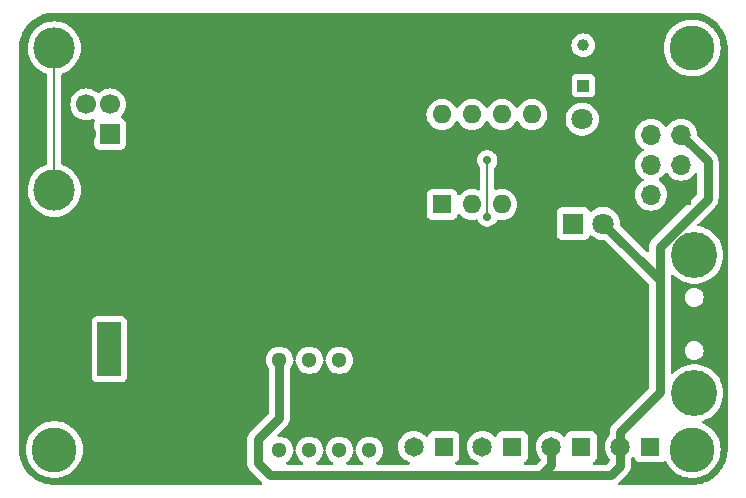
<source format=gbr>
%TF.GenerationSoftware,KiCad,Pcbnew,7.0.5*%
%TF.CreationDate,2023-11-16T23:15:32+01:00*%
%TF.ProjectId,STGSv0.2,53544753-7630-42e3-922e-6b696361645f,rev?*%
%TF.SameCoordinates,Original*%
%TF.FileFunction,Copper,L2,Bot*%
%TF.FilePolarity,Positive*%
%FSLAX46Y46*%
G04 Gerber Fmt 4.6, Leading zero omitted, Abs format (unit mm)*
G04 Created by KiCad (PCBNEW 7.0.5) date 2023-11-16 23:15:32*
%MOMM*%
%LPD*%
G01*
G04 APERTURE LIST*
%TA.AperFunction,ComponentPad*%
%ADD10R,1.800000X1.800000*%
%TD*%
%TA.AperFunction,ComponentPad*%
%ADD11C,1.800000*%
%TD*%
%TA.AperFunction,ComponentPad*%
%ADD12C,1.650000*%
%TD*%
%TA.AperFunction,ComponentPad*%
%ADD13R,1.650000X1.650000*%
%TD*%
%TA.AperFunction,ComponentPad*%
%ADD14R,1.600000X1.600000*%
%TD*%
%TA.AperFunction,ComponentPad*%
%ADD15O,1.600000X1.600000*%
%TD*%
%TA.AperFunction,ComponentPad*%
%ADD16R,1.700000X1.700000*%
%TD*%
%TA.AperFunction,ComponentPad*%
%ADD17C,1.700000*%
%TD*%
%TA.AperFunction,ComponentPad*%
%ADD18C,3.500000*%
%TD*%
%TA.AperFunction,ComponentPad*%
%ADD19C,2.600000*%
%TD*%
%TA.AperFunction,ConnectorPad*%
%ADD20C,3.800000*%
%TD*%
%TA.AperFunction,ComponentPad*%
%ADD21C,3.900000*%
%TD*%
%TA.AperFunction,ComponentPad*%
%ADD22R,1.000000X1.000000*%
%TD*%
%TA.AperFunction,ComponentPad*%
%ADD23C,1.000000*%
%TD*%
%TA.AperFunction,ComponentPad*%
%ADD24R,2.000000X4.600000*%
%TD*%
%TA.AperFunction,ComponentPad*%
%ADD25O,2.000000X4.200000*%
%TD*%
%TA.AperFunction,ComponentPad*%
%ADD26O,4.200000X2.000000*%
%TD*%
%TA.AperFunction,ComponentPad*%
%ADD27C,1.300000*%
%TD*%
%TA.AperFunction,ComponentPad*%
%ADD28O,1.700000X1.700000*%
%TD*%
%TA.AperFunction,ViaPad*%
%ADD29C,0.800000*%
%TD*%
%TA.AperFunction,ViaPad*%
%ADD30C,0.700000*%
%TD*%
%TA.AperFunction,Conductor*%
%ADD31C,0.800000*%
%TD*%
%TA.AperFunction,Conductor*%
%ADD32C,0.200000*%
%TD*%
G04 APERTURE END LIST*
D10*
%TO.P,D2,1,K*%
%TO.N,GND*%
X73685400Y-102570200D03*
D11*
%TO.P,D2,2,A*%
%TO.N,Net-(D2-A)*%
X73685400Y-100030200D03*
%TD*%
D12*
%TO.P,J6,1,Pin_1*%
%TO.N,+5V*%
X76911200Y-127762000D03*
D13*
%TO.P,J6,2,Pin_2*%
%TO.N,Net-(J6-Pin_2)*%
X79451200Y-127762000D03*
%TD*%
D14*
%TO.P,U1,1,~{RESET}/PB5*%
%TO.N,RST*%
X61808200Y-107254200D03*
D15*
%TO.P,U1,2,XTAL1/PB3*%
%TO.N,ADC3*%
X64348200Y-107254200D03*
%TO.P,U1,3,XTAL2/PB4*%
%TO.N,ADC2*%
X66888200Y-107254200D03*
%TO.P,U1,4,GND*%
%TO.N,GND*%
X69428200Y-107254200D03*
%TO.P,U1,5,AREF/PB0*%
%TO.N,MOSI*%
X69428200Y-99634200D03*
%TO.P,U1,6,PB1*%
%TO.N,MISO*%
X66888200Y-99634200D03*
%TO.P,U1,7,PB2*%
%TO.N,SCK*%
X64348200Y-99634200D03*
%TO.P,U1,8,VCC*%
%TO.N,+5V*%
X61808200Y-99634200D03*
%TD*%
D16*
%TO.P,J1,1,VBUS*%
%TO.N,Net-(J1-VBUS)*%
X33699200Y-101280600D03*
D17*
%TO.P,J1,2,D-*%
%TO.N,unconnected-(J1-D--Pad2)*%
X33699200Y-98780600D03*
%TO.P,J1,3,D+*%
%TO.N,unconnected-(J1-D+-Pad3)*%
X31699200Y-98780600D03*
%TO.P,J1,4,GND*%
%TO.N,GND*%
X31699200Y-101280600D03*
D18*
%TO.P,J1,5,Shield*%
%TO.N,unconnected-(J1-Shield-Pad5)*%
X28989200Y-106050600D03*
X28989200Y-94010600D03*
%TD*%
D19*
%TO.P,H1,1,1*%
%TO.N,unconnected-(H1-Pad1)*%
X29000000Y-128000000D03*
D20*
X29000000Y-128000000D03*
%TD*%
D19*
%TO.P,H2,1,1*%
%TO.N,unconnected-(H2-Pad1)*%
X83000000Y-128000000D03*
D20*
X83000000Y-128000000D03*
%TD*%
D12*
%TO.P,J7,1,Pin_1*%
%TO.N,+5V*%
X71069200Y-127762000D03*
D13*
%TO.P,J7,2,Pin_2*%
%TO.N,Net-(J6-Pin_2)*%
X73609200Y-127762000D03*
%TD*%
D19*
%TO.P,H3,1,1*%
%TO.N,unconnected-(H3-Pad1)*%
X83000000Y-94000000D03*
D20*
X83000000Y-94000000D03*
%TD*%
D21*
%TO.P,J8,MH1,MH1*%
%TO.N,unconnected-(J8-PadMH1)*%
X83162400Y-111523400D03*
%TO.P,J8,MH2,MH2*%
%TO.N,unconnected-(J8-PadMH2)*%
X83162400Y-123223400D03*
%TD*%
D22*
%TO.P,R9,1*%
%TO.N,+5V*%
X73787000Y-97180400D03*
D23*
%TO.P,R9,2*%
%TO.N,SCK*%
X73787000Y-93776800D03*
%TD*%
D24*
%TO.P,J2,1*%
%TO.N,+9V*%
X33655000Y-119507000D03*
D25*
%TO.P,J2,2*%
%TO.N,GND*%
X27355000Y-119507000D03*
D26*
%TO.P,J2,3*%
X30755000Y-124307000D03*
%TD*%
D27*
%TO.P,S1,1,COM_1*%
%TO.N,ADC3*%
X48056800Y-128066800D03*
%TO.P,S1,2,COM_2*%
X50596800Y-128066800D03*
%TO.P,S1,3,COM_3*%
X53136800Y-128066800D03*
%TO.P,S1,4,COM_4*%
X55676800Y-128066800D03*
%TO.P,S1,5,NO_1*%
%TO.N,GND*%
X55676800Y-120446800D03*
%TO.P,S1,6,NO_2*%
%TO.N,Net-(S1-NO_2)*%
X53136800Y-120446800D03*
%TO.P,S1,7,NO_3*%
%TO.N,Net-(S1-NO_3)*%
X50596800Y-120446800D03*
%TO.P,S1,8,NO_4*%
%TO.N,+5V*%
X48056800Y-120446800D03*
%TD*%
D28*
%TO.P,J3,1,MISO*%
%TO.N,MISO*%
X79522400Y-101346000D03*
%TO.P,J3,2,VCC*%
%TO.N,+5V*%
X82062400Y-101346000D03*
%TO.P,J3,3,SCK*%
%TO.N,SCK*%
X79522400Y-103886000D03*
%TO.P,J3,4,MOSI*%
%TO.N,MOSI*%
X82062400Y-103886000D03*
%TO.P,J3,5,~{RST}*%
%TO.N,RST*%
X79522400Y-106426000D03*
D16*
%TO.P,J3,6,GND*%
%TO.N,GND*%
X82062400Y-106426000D03*
%TD*%
D10*
%TO.P,D3,1,K*%
%TO.N,ADC2*%
X72923400Y-108864400D03*
D11*
%TO.P,D3,2,A*%
%TO.N,+5V*%
X75463400Y-108864400D03*
%TD*%
D12*
%TO.P,J5,1,Pin_1*%
%TO.N,+9V*%
X65227200Y-127762000D03*
D13*
%TO.P,J5,2,Pin_2*%
%TO.N,Net-(J4-Pin_2)*%
X67767200Y-127762000D03*
%TD*%
D12*
%TO.P,J4,1,Pin_1*%
%TO.N,+9V*%
X59410600Y-127762000D03*
D13*
%TO.P,J4,2,Pin_2*%
%TO.N,Net-(J4-Pin_2)*%
X61950600Y-127762000D03*
%TD*%
D29*
%TO.N,GND*%
X52906400Y-107461600D03*
X68326000Y-105156000D03*
X37719000Y-99136200D03*
X35560000Y-108331000D03*
X58387400Y-103870600D03*
D30*
X66522600Y-117221000D03*
D29*
X42697400Y-111556800D03*
X56335400Y-107461600D03*
X49784000Y-106426000D03*
X79694500Y-94041500D03*
D30*
X41465500Y-106692700D03*
D29*
X63017400Y-105156000D03*
X36017200Y-118745000D03*
X67437000Y-113675700D03*
X51689000Y-101092000D03*
X36017200Y-121513600D03*
D30*
X70002400Y-117221000D03*
X66700400Y-105156000D03*
D29*
X59887400Y-103870600D03*
D30*
X64516000Y-105156000D03*
D29*
X36601400Y-124637800D03*
X56887400Y-103870600D03*
X64262000Y-115062000D03*
X48895000Y-109423200D03*
D30*
X73431400Y-117348000D03*
D29*
X55387400Y-103870600D03*
X35255200Y-125145800D03*
D30*
%TO.N,MISO*%
X65659000Y-103505000D03*
X65659000Y-108280200D03*
%TD*%
D31*
%TO.N,+5V*%
X80264000Y-113665000D02*
X75463400Y-108864400D01*
X48056800Y-120446800D02*
X48056800Y-125298200D01*
X70205600Y-130175000D02*
X71069200Y-129311400D01*
X46228000Y-127127000D02*
X46228000Y-129159000D01*
X76911200Y-129362200D02*
X76911200Y-127762000D01*
X47244000Y-130175000D02*
X69519800Y-130175000D01*
X84328000Y-106751555D02*
X84328000Y-103611600D01*
X69519800Y-130175000D02*
X70205600Y-130175000D01*
X80264000Y-113665000D02*
X80264000Y-123139200D01*
X80264000Y-113665000D02*
X80264000Y-110815555D01*
X76098400Y-130175000D02*
X76911200Y-129362200D01*
X46228000Y-129159000D02*
X47244000Y-130175000D01*
X71069200Y-129311400D02*
X71069200Y-127762000D01*
X76911200Y-126492000D02*
X76911200Y-127762000D01*
X80264000Y-123139200D02*
X76911200Y-126492000D01*
X80264000Y-110815555D02*
X84328000Y-106751555D01*
X69519800Y-130175000D02*
X76098400Y-130175000D01*
X48056800Y-125298200D02*
X46228000Y-127127000D01*
X84328000Y-103611600D02*
X82062400Y-101346000D01*
D32*
%TO.N,unconnected-(J1-Shield-Pad5)*%
X28989200Y-94010600D02*
X28989200Y-106050600D01*
%TO.N,MISO*%
X65659000Y-108280200D02*
X65659000Y-103505000D01*
%TD*%
%TA.AperFunction,Conductor*%
%TO.N,GND*%
G36*
X83001620Y-91000584D02*
G01*
X83133434Y-91007493D01*
X83317027Y-91017803D01*
X83323212Y-91018465D01*
X83475667Y-91042611D01*
X83638178Y-91070223D01*
X83643811Y-91071453D01*
X83796699Y-91112419D01*
X83898647Y-91141790D01*
X83951724Y-91157082D01*
X83956766Y-91158772D01*
X84105467Y-91215852D01*
X84106828Y-91216395D01*
X84254017Y-91277362D01*
X84258412Y-91279388D01*
X84333591Y-91317694D01*
X84400993Y-91352038D01*
X84402835Y-91353016D01*
X84469888Y-91390074D01*
X84541480Y-91429641D01*
X84545215Y-91431882D01*
X84679797Y-91519281D01*
X84681907Y-91520714D01*
X84752735Y-91570969D01*
X84810764Y-91612142D01*
X84813886Y-91614510D01*
X84938748Y-91715621D01*
X84941034Y-91717567D01*
X85058721Y-91822738D01*
X85061248Y-91825128D01*
X85174870Y-91938750D01*
X85177260Y-91941277D01*
X85282431Y-92058964D01*
X85284385Y-92061260D01*
X85385480Y-92186102D01*
X85387862Y-92189243D01*
X85479284Y-92318091D01*
X85480717Y-92320201D01*
X85521560Y-92383093D01*
X85568106Y-92454767D01*
X85570364Y-92458531D01*
X85646982Y-92597163D01*
X85647960Y-92599005D01*
X85720604Y-92741574D01*
X85722643Y-92745997D01*
X85783570Y-92893087D01*
X85784171Y-92894595D01*
X85841221Y-93043217D01*
X85842916Y-93048274D01*
X85887579Y-93203299D01*
X85928541Y-93356170D01*
X85929778Y-93361835D01*
X85957399Y-93524400D01*
X85981530Y-93676758D01*
X85982196Y-93682985D01*
X85992511Y-93866653D01*
X85999414Y-93998378D01*
X85999499Y-94001623D01*
X85999499Y-127998376D01*
X85999414Y-128001621D01*
X85992511Y-128133345D01*
X85982196Y-128317013D01*
X85981530Y-128323240D01*
X85957399Y-128475598D01*
X85929778Y-128638163D01*
X85928541Y-128643828D01*
X85887579Y-128796699D01*
X85842916Y-128951724D01*
X85841221Y-128956781D01*
X85784171Y-129105403D01*
X85783570Y-129106911D01*
X85722643Y-129254001D01*
X85720604Y-129258424D01*
X85647960Y-129400993D01*
X85646982Y-129402835D01*
X85570364Y-129541467D01*
X85568097Y-129545246D01*
X85480717Y-129679797D01*
X85479284Y-129681907D01*
X85387862Y-129810755D01*
X85385480Y-129813896D01*
X85284385Y-129938738D01*
X85282431Y-129941034D01*
X85177260Y-130058721D01*
X85174870Y-130061248D01*
X85061248Y-130174870D01*
X85058721Y-130177260D01*
X84941034Y-130282431D01*
X84938738Y-130284385D01*
X84813896Y-130385480D01*
X84810755Y-130387862D01*
X84681907Y-130479284D01*
X84679797Y-130480717D01*
X84545246Y-130568097D01*
X84541467Y-130570364D01*
X84402835Y-130646982D01*
X84400993Y-130647960D01*
X84258424Y-130720604D01*
X84254001Y-130722643D01*
X84106911Y-130783570D01*
X84105403Y-130784171D01*
X83956781Y-130841221D01*
X83951724Y-130842916D01*
X83796699Y-130887579D01*
X83643828Y-130928541D01*
X83638163Y-130929778D01*
X83475598Y-130957399D01*
X83323240Y-130981530D01*
X83317013Y-130982196D01*
X83133346Y-130992511D01*
X83001622Y-130999415D01*
X82998376Y-130999500D01*
X76851507Y-130999500D01*
X76784468Y-130979815D01*
X76738713Y-130927011D01*
X76728769Y-130857853D01*
X76757794Y-130794297D01*
X76768528Y-130783355D01*
X76771288Y-130780871D01*
X76779530Y-130769525D01*
X76792160Y-130754737D01*
X77490942Y-130055956D01*
X77505725Y-130043330D01*
X77517071Y-130035088D01*
X77563539Y-129983478D01*
X77565740Y-129981158D01*
X77581320Y-129965580D01*
X77595175Y-129948468D01*
X77597254Y-129946034D01*
X77643733Y-129894416D01*
X77650737Y-129882283D01*
X77661763Y-129866241D01*
X77670582Y-129855350D01*
X77675417Y-129845862D01*
X77702119Y-129793452D01*
X77703642Y-129790647D01*
X77738379Y-129730484D01*
X77742709Y-129717156D01*
X77750160Y-129699169D01*
X77751252Y-129697024D01*
X77756520Y-129686688D01*
X77774496Y-129619597D01*
X77775414Y-129616501D01*
X77796874Y-129550456D01*
X77798338Y-129536517D01*
X77801887Y-129517375D01*
X77805513Y-129503845D01*
X77809147Y-129434481D01*
X77809401Y-129431264D01*
X77811240Y-129413768D01*
X77811700Y-129409392D01*
X77811700Y-129387401D01*
X77811785Y-129384156D01*
X77815419Y-129314812D01*
X77813227Y-129300972D01*
X77811700Y-129281573D01*
X77811700Y-128787401D01*
X77831385Y-128720362D01*
X77848013Y-128699725D01*
X77921776Y-128625962D01*
X77983095Y-128592480D01*
X78052787Y-128597464D01*
X78108721Y-128639335D01*
X78127694Y-128687553D01*
X78130324Y-128686932D01*
X78132107Y-128694479D01*
X78182402Y-128829328D01*
X78182406Y-128829335D01*
X78268652Y-128944544D01*
X78268655Y-128944547D01*
X78383864Y-129030793D01*
X78383871Y-129030797D01*
X78518717Y-129081091D01*
X78518716Y-129081091D01*
X78525644Y-129081835D01*
X78578327Y-129087500D01*
X80324072Y-129087499D01*
X80383683Y-129081091D01*
X80518531Y-129030796D01*
X80628637Y-128948370D01*
X80694097Y-128923954D01*
X80762370Y-128938805D01*
X80811776Y-128988209D01*
X80815143Y-128994841D01*
X80892264Y-129158732D01*
X80892268Y-129158738D01*
X81054111Y-129413763D01*
X81054114Y-129413767D01*
X81054115Y-129413768D01*
X81221830Y-129616501D01*
X81246652Y-129646505D01*
X81466836Y-129853272D01*
X81466846Y-129853280D01*
X81711193Y-130030808D01*
X81711198Y-130030810D01*
X81711205Y-130030816D01*
X81975896Y-130176332D01*
X81975901Y-130176334D01*
X81975903Y-130176335D01*
X81975904Y-130176336D01*
X82256734Y-130287524D01*
X82256737Y-130287525D01*
X82354259Y-130312564D01*
X82549302Y-130362642D01*
X82696039Y-130381179D01*
X82848963Y-130400499D01*
X82848969Y-130400499D01*
X82848973Y-130400500D01*
X82848975Y-130400500D01*
X83151025Y-130400500D01*
X83151027Y-130400500D01*
X83151032Y-130400499D01*
X83151036Y-130400499D01*
X83269920Y-130385480D01*
X83450698Y-130362642D01*
X83743262Y-130287525D01*
X83751193Y-130284385D01*
X84024095Y-130176336D01*
X84024096Y-130176335D01*
X84024094Y-130176335D01*
X84024104Y-130176332D01*
X84288795Y-130030816D01*
X84533162Y-129853274D01*
X84753349Y-129646504D01*
X84945885Y-129413768D01*
X85107733Y-129158736D01*
X85236341Y-128885430D01*
X85329681Y-128598160D01*
X85386280Y-128301457D01*
X85400993Y-128067604D01*
X85405246Y-128000005D01*
X85405246Y-127999994D01*
X85386281Y-127698553D01*
X85386280Y-127698546D01*
X85386280Y-127698543D01*
X85329681Y-127401840D01*
X85236341Y-127114570D01*
X85231857Y-127105042D01*
X85153604Y-126938745D01*
X85107733Y-126841264D01*
X85014704Y-126694673D01*
X84945888Y-126586236D01*
X84945885Y-126586232D01*
X84753349Y-126353496D01*
X84735582Y-126336812D01*
X84533163Y-126146727D01*
X84533153Y-126146719D01*
X84288806Y-125969191D01*
X84288799Y-125969186D01*
X84288795Y-125969184D01*
X84024104Y-125823668D01*
X84024101Y-125823666D01*
X84024096Y-125823664D01*
X84024095Y-125823663D01*
X83929041Y-125786029D01*
X83873955Y-125743048D01*
X83850852Y-125677109D01*
X83867066Y-125609146D01*
X83917449Y-125560739D01*
X83929041Y-125555445D01*
X84207826Y-125445067D01*
X84207827Y-125445066D01*
X84207825Y-125445066D01*
X84207835Y-125445063D01*
X84478040Y-125296516D01*
X84727496Y-125115276D01*
X84952269Y-124904199D01*
X85148816Y-124666616D01*
X85314035Y-124406271D01*
X85445322Y-124127273D01*
X85540606Y-123834019D01*
X85598384Y-123531136D01*
X85617745Y-123223400D01*
X85598384Y-122915664D01*
X85540606Y-122612781D01*
X85445322Y-122319527D01*
X85372394Y-122164547D01*
X85314037Y-122040532D01*
X85314033Y-122040526D01*
X85148822Y-121780193D01*
X85148820Y-121780191D01*
X85148816Y-121780184D01*
X84952269Y-121542601D01*
X84860437Y-121456365D01*
X84727497Y-121331525D01*
X84727487Y-121331517D01*
X84478051Y-121150291D01*
X84478044Y-121150286D01*
X84478040Y-121150284D01*
X84207835Y-121001737D01*
X84207832Y-121001735D01*
X84207827Y-121001733D01*
X84207826Y-121001732D01*
X83921146Y-120888228D01*
X83921143Y-120888227D01*
X83622489Y-120811546D01*
X83622476Y-120811544D01*
X83316583Y-120772900D01*
X83316572Y-120772900D01*
X83008228Y-120772900D01*
X83008216Y-120772900D01*
X82702323Y-120811544D01*
X82702310Y-120811546D01*
X82403656Y-120888227D01*
X82403653Y-120888228D01*
X82116973Y-121001732D01*
X82116972Y-121001733D01*
X81846760Y-121150284D01*
X81846748Y-121150291D01*
X81597312Y-121331517D01*
X81597302Y-121331525D01*
X81373384Y-121541800D01*
X81311040Y-121573342D01*
X81241539Y-121566171D01*
X81186948Y-121522564D01*
X81164599Y-121456365D01*
X81164500Y-121451408D01*
X81164500Y-119623403D01*
X82356835Y-119623403D01*
X82377030Y-119802649D01*
X82377031Y-119802654D01*
X82436611Y-119972923D01*
X82472103Y-120029407D01*
X82532584Y-120125662D01*
X82660138Y-120253216D01*
X82812878Y-120349189D01*
X82852685Y-120363118D01*
X82983145Y-120408768D01*
X82983150Y-120408769D01*
X83073646Y-120418965D01*
X83117440Y-120423899D01*
X83117443Y-120423900D01*
X83117446Y-120423900D01*
X83207357Y-120423900D01*
X83207358Y-120423899D01*
X83280238Y-120415688D01*
X83341649Y-120408769D01*
X83341652Y-120408768D01*
X83341655Y-120408768D01*
X83511922Y-120349189D01*
X83664662Y-120253216D01*
X83792216Y-120125662D01*
X83888189Y-119972922D01*
X83947768Y-119802655D01*
X83967965Y-119623400D01*
X83947768Y-119444145D01*
X83888189Y-119273878D01*
X83792216Y-119121138D01*
X83664662Y-118993584D01*
X83664661Y-118993584D01*
X83511923Y-118897611D01*
X83341654Y-118838031D01*
X83341649Y-118838030D01*
X83207360Y-118822900D01*
X83207354Y-118822900D01*
X83117446Y-118822900D01*
X83117439Y-118822900D01*
X82983150Y-118838030D01*
X82983145Y-118838031D01*
X82812876Y-118897611D01*
X82660137Y-118993584D01*
X82532584Y-119121137D01*
X82436611Y-119273876D01*
X82377031Y-119444145D01*
X82377030Y-119444150D01*
X82356835Y-119623396D01*
X82356835Y-119623403D01*
X81164500Y-119623403D01*
X81164500Y-115123403D01*
X82356835Y-115123403D01*
X82377030Y-115302649D01*
X82377031Y-115302654D01*
X82436611Y-115472923D01*
X82532584Y-115625662D01*
X82660138Y-115753216D01*
X82812878Y-115849189D01*
X82983144Y-115908767D01*
X82983145Y-115908768D01*
X82983150Y-115908769D01*
X83073646Y-115918965D01*
X83117440Y-115923899D01*
X83117443Y-115923900D01*
X83117446Y-115923900D01*
X83207357Y-115923900D01*
X83207358Y-115923899D01*
X83274504Y-115916334D01*
X83341649Y-115908769D01*
X83341652Y-115908768D01*
X83341655Y-115908768D01*
X83511922Y-115849189D01*
X83664662Y-115753216D01*
X83792216Y-115625662D01*
X83888189Y-115472922D01*
X83947768Y-115302655D01*
X83967965Y-115123400D01*
X83947768Y-114944145D01*
X83888189Y-114773878D01*
X83792216Y-114621138D01*
X83664662Y-114493584D01*
X83664662Y-114493583D01*
X83511923Y-114397611D01*
X83341654Y-114338031D01*
X83341649Y-114338030D01*
X83207360Y-114322900D01*
X83207354Y-114322900D01*
X83117446Y-114322900D01*
X83117439Y-114322900D01*
X82983150Y-114338030D01*
X82983145Y-114338031D01*
X82812876Y-114397611D01*
X82660137Y-114493584D01*
X82532584Y-114621137D01*
X82436611Y-114773876D01*
X82377031Y-114944145D01*
X82377030Y-114944150D01*
X82356835Y-115123396D01*
X82356835Y-115123403D01*
X81164500Y-115123403D01*
X81164500Y-113745626D01*
X81166027Y-113726225D01*
X81168219Y-113712388D01*
X81164584Y-113643040D01*
X81164500Y-113639797D01*
X81164500Y-113295391D01*
X81184185Y-113228352D01*
X81236989Y-113182597D01*
X81306147Y-113172653D01*
X81369703Y-113201678D01*
X81373356Y-113204973D01*
X81597302Y-113415274D01*
X81597312Y-113415282D01*
X81846748Y-113596508D01*
X81846753Y-113596510D01*
X81846760Y-113596516D01*
X82116965Y-113745063D01*
X82116970Y-113745065D01*
X82116972Y-113745066D01*
X82116973Y-113745067D01*
X82403653Y-113858571D01*
X82403656Y-113858572D01*
X82702310Y-113935253D01*
X82702314Y-113935254D01*
X82766491Y-113943361D01*
X83008216Y-113973899D01*
X83008225Y-113973899D01*
X83008228Y-113973900D01*
X83008230Y-113973900D01*
X83316570Y-113973900D01*
X83316572Y-113973900D01*
X83316575Y-113973899D01*
X83316583Y-113973899D01*
X83499122Y-113950838D01*
X83622486Y-113935254D01*
X83921143Y-113858572D01*
X83921146Y-113858571D01*
X84207826Y-113745067D01*
X84207827Y-113745066D01*
X84207825Y-113745066D01*
X84207835Y-113745063D01*
X84478040Y-113596516D01*
X84727496Y-113415276D01*
X84952269Y-113204199D01*
X85148816Y-112966616D01*
X85314035Y-112706271D01*
X85445322Y-112427273D01*
X85540606Y-112134019D01*
X85598384Y-111831136D01*
X85617745Y-111523400D01*
X85604594Y-111314376D01*
X85598385Y-111215674D01*
X85598384Y-111215667D01*
X85598384Y-111215664D01*
X85540606Y-110912781D01*
X85445322Y-110619527D01*
X85445319Y-110619520D01*
X85314037Y-110340532D01*
X85314033Y-110340526D01*
X85148822Y-110080193D01*
X85148820Y-110080191D01*
X85148816Y-110080184D01*
X84952269Y-109842601D01*
X84727496Y-109631524D01*
X84727493Y-109631522D01*
X84727487Y-109631517D01*
X84478051Y-109450291D01*
X84478044Y-109450286D01*
X84478040Y-109450284D01*
X84207835Y-109301737D01*
X84207832Y-109301735D01*
X84207827Y-109301733D01*
X84207826Y-109301732D01*
X83921146Y-109188228D01*
X83921143Y-109188227D01*
X83622489Y-109111546D01*
X83622478Y-109111544D01*
X83535357Y-109100538D01*
X83471313Y-109072606D01*
X83432538Y-109014483D01*
X83431341Y-108944624D01*
X83463216Y-108889837D01*
X84907737Y-107445315D01*
X84922525Y-107432685D01*
X84933871Y-107424443D01*
X84980347Y-107372825D01*
X84982570Y-107370483D01*
X84998119Y-107354935D01*
X85011982Y-107337815D01*
X85014049Y-107335396D01*
X85060533Y-107283771D01*
X85067538Y-107271635D01*
X85078570Y-107255586D01*
X85079692Y-107254201D01*
X85087383Y-107244704D01*
X85118934Y-107182777D01*
X85120425Y-107180031D01*
X85155179Y-107119839D01*
X85159509Y-107106511D01*
X85166960Y-107088524D01*
X85173319Y-107076044D01*
X85173320Y-107076043D01*
X85191296Y-107008952D01*
X85192214Y-107005856D01*
X85213674Y-106939811D01*
X85215138Y-106925872D01*
X85218687Y-106906730D01*
X85222313Y-106893200D01*
X85225947Y-106823836D01*
X85226201Y-106820619D01*
X85228499Y-106798754D01*
X85228500Y-106798746D01*
X85228500Y-106776756D01*
X85228585Y-106773511D01*
X85232219Y-106704167D01*
X85230027Y-106690327D01*
X85228500Y-106670928D01*
X85228500Y-103692226D01*
X85230027Y-103672825D01*
X85232219Y-103658988D01*
X85228585Y-103589647D01*
X85228500Y-103586402D01*
X85228500Y-103564413D01*
X85228500Y-103564408D01*
X85226199Y-103542521D01*
X85225946Y-103539311D01*
X85222312Y-103469954D01*
X85222311Y-103469948D01*
X85218687Y-103456425D01*
X85215139Y-103437284D01*
X85213674Y-103423348D01*
X85213674Y-103423347D01*
X85213674Y-103423344D01*
X85192214Y-103357299D01*
X85191291Y-103354185D01*
X85184059Y-103327194D01*
X85173320Y-103287112D01*
X85166954Y-103274619D01*
X85159508Y-103256642D01*
X85155330Y-103243783D01*
X85155179Y-103243316D01*
X85155178Y-103243314D01*
X85155175Y-103243307D01*
X85130261Y-103200158D01*
X85120443Y-103183152D01*
X85118920Y-103180347D01*
X85087383Y-103118451D01*
X85087382Y-103118449D01*
X85078560Y-103107555D01*
X85067538Y-103091518D01*
X85060532Y-103079383D01*
X85060531Y-103079381D01*
X85014060Y-103027770D01*
X85011952Y-103025302D01*
X84998118Y-103008219D01*
X84982577Y-102992678D01*
X84980341Y-102990322D01*
X84933872Y-102938713D01*
X84933871Y-102938712D01*
X84922525Y-102930469D01*
X84907734Y-102917835D01*
X83452335Y-101462436D01*
X83418850Y-101401113D01*
X83416488Y-101363950D01*
X83418059Y-101346000D01*
X83397463Y-101110592D01*
X83336303Y-100882337D01*
X83236435Y-100668171D01*
X83230825Y-100660158D01*
X83100894Y-100474597D01*
X82933802Y-100307506D01*
X82933795Y-100307501D01*
X82740234Y-100171967D01*
X82740230Y-100171965D01*
X82721015Y-100163005D01*
X82526063Y-100072097D01*
X82526059Y-100072096D01*
X82526055Y-100072094D01*
X82297813Y-100010938D01*
X82297803Y-100010936D01*
X82062401Y-99990341D01*
X82062399Y-99990341D01*
X81826996Y-100010936D01*
X81826986Y-100010938D01*
X81598744Y-100072094D01*
X81598735Y-100072098D01*
X81384571Y-100171964D01*
X81384569Y-100171965D01*
X81190997Y-100307505D01*
X81023905Y-100474597D01*
X80893975Y-100660158D01*
X80839398Y-100703783D01*
X80769900Y-100710977D01*
X80707545Y-100679454D01*
X80690825Y-100660158D01*
X80560894Y-100474597D01*
X80393802Y-100307506D01*
X80393795Y-100307501D01*
X80200234Y-100171967D01*
X80200230Y-100171965D01*
X80181015Y-100163005D01*
X79986063Y-100072097D01*
X79986059Y-100072096D01*
X79986055Y-100072094D01*
X79757813Y-100010938D01*
X79757803Y-100010936D01*
X79522401Y-99990341D01*
X79522399Y-99990341D01*
X79286996Y-100010936D01*
X79286986Y-100010938D01*
X79058744Y-100072094D01*
X79058735Y-100072098D01*
X78844571Y-100171964D01*
X78844569Y-100171965D01*
X78650997Y-100307505D01*
X78483905Y-100474597D01*
X78348365Y-100668169D01*
X78348364Y-100668171D01*
X78248498Y-100882335D01*
X78248494Y-100882344D01*
X78187338Y-101110586D01*
X78187336Y-101110596D01*
X78166741Y-101345999D01*
X78166741Y-101346000D01*
X78187336Y-101581403D01*
X78187338Y-101581413D01*
X78248494Y-101809655D01*
X78248496Y-101809659D01*
X78248497Y-101809663D01*
X78252400Y-101818032D01*
X78348365Y-102023830D01*
X78348367Y-102023834D01*
X78456641Y-102178464D01*
X78483901Y-102217396D01*
X78483906Y-102217402D01*
X78650997Y-102384493D01*
X78651003Y-102384498D01*
X78836558Y-102514425D01*
X78880183Y-102569002D01*
X78887377Y-102638500D01*
X78855854Y-102700855D01*
X78836558Y-102717575D01*
X78650997Y-102847505D01*
X78483905Y-103014597D01*
X78348365Y-103208169D01*
X78348364Y-103208171D01*
X78248498Y-103422335D01*
X78248494Y-103422344D01*
X78187338Y-103650586D01*
X78187336Y-103650596D01*
X78166741Y-103885999D01*
X78166741Y-103886000D01*
X78187336Y-104121403D01*
X78187338Y-104121413D01*
X78248494Y-104349655D01*
X78248496Y-104349659D01*
X78248497Y-104349663D01*
X78252400Y-104358032D01*
X78348365Y-104563830D01*
X78348367Y-104563834D01*
X78456681Y-104718521D01*
X78483904Y-104757400D01*
X78483906Y-104757402D01*
X78650997Y-104924493D01*
X78651003Y-104924498D01*
X78836558Y-105054425D01*
X78880183Y-105109002D01*
X78887377Y-105178500D01*
X78855854Y-105240855D01*
X78836558Y-105257575D01*
X78650997Y-105387505D01*
X78483905Y-105554597D01*
X78348365Y-105748169D01*
X78348364Y-105748171D01*
X78248498Y-105962335D01*
X78248494Y-105962344D01*
X78187338Y-106190586D01*
X78187336Y-106190596D01*
X78166741Y-106425999D01*
X78166741Y-106426000D01*
X78187336Y-106661403D01*
X78187338Y-106661413D01*
X78248494Y-106889655D01*
X78248496Y-106889659D01*
X78248497Y-106889663D01*
X78312778Y-107027513D01*
X78348365Y-107103830D01*
X78348367Y-107103834D01*
X78453654Y-107254198D01*
X78483905Y-107297401D01*
X78650999Y-107464495D01*
X78731128Y-107520602D01*
X78844565Y-107600032D01*
X78844567Y-107600033D01*
X78844570Y-107600035D01*
X79058737Y-107699903D01*
X79058743Y-107699904D01*
X79058744Y-107699905D01*
X79061700Y-107700697D01*
X79286992Y-107761063D01*
X79475318Y-107777539D01*
X79522399Y-107781659D01*
X79522400Y-107781659D01*
X79522401Y-107781659D01*
X79561634Y-107778226D01*
X79757808Y-107761063D01*
X79986063Y-107699903D01*
X80200230Y-107600035D01*
X80393801Y-107464495D01*
X80560895Y-107297401D01*
X80696435Y-107103830D01*
X80796303Y-106889663D01*
X80857463Y-106661408D01*
X80878059Y-106426000D01*
X80876338Y-106406335D01*
X80870971Y-106344990D01*
X80857463Y-106190592D01*
X80797972Y-105968565D01*
X80796305Y-105962344D01*
X80796304Y-105962343D01*
X80796303Y-105962337D01*
X80696435Y-105748171D01*
X80560895Y-105554599D01*
X80560894Y-105554597D01*
X80393802Y-105387506D01*
X80393796Y-105387501D01*
X80208242Y-105257575D01*
X80164617Y-105202998D01*
X80157423Y-105133500D01*
X80188946Y-105071145D01*
X80208242Y-105054425D01*
X80230426Y-105038891D01*
X80393801Y-104924495D01*
X80560895Y-104757401D01*
X80690826Y-104571840D01*
X80745401Y-104528217D01*
X80814899Y-104521023D01*
X80877254Y-104552546D01*
X80893974Y-104571841D01*
X80922875Y-104613115D01*
X81023905Y-104757401D01*
X81190999Y-104924495D01*
X81287784Y-104992265D01*
X81384565Y-105060032D01*
X81384567Y-105060033D01*
X81384570Y-105060035D01*
X81598737Y-105159903D01*
X81826992Y-105221063D01*
X82015318Y-105237539D01*
X82062399Y-105241659D01*
X82062400Y-105241659D01*
X82062401Y-105241659D01*
X82101634Y-105238226D01*
X82297808Y-105221063D01*
X82526063Y-105159903D01*
X82740230Y-105060035D01*
X82933801Y-104924495D01*
X83100895Y-104757401D01*
X83201925Y-104613114D01*
X83256502Y-104569490D01*
X83326000Y-104562296D01*
X83388355Y-104593819D01*
X83423769Y-104654049D01*
X83427500Y-104684238D01*
X83427500Y-106327193D01*
X83407815Y-106394232D01*
X83391181Y-106414874D01*
X79684263Y-110121791D01*
X79669474Y-110134424D01*
X79658126Y-110142669D01*
X79611666Y-110194268D01*
X79609435Y-110196620D01*
X79593890Y-110212165D01*
X79593875Y-110212182D01*
X79580039Y-110229265D01*
X79577936Y-110231727D01*
X79531469Y-110283336D01*
X79531466Y-110283340D01*
X79524458Y-110295478D01*
X79513444Y-110311503D01*
X79504626Y-110322392D01*
X79504616Y-110322408D01*
X79473082Y-110384295D01*
X79471533Y-110387147D01*
X79436821Y-110447268D01*
X79432487Y-110460608D01*
X79425045Y-110478575D01*
X79418680Y-110491067D01*
X79400706Y-110558139D01*
X79399785Y-110561247D01*
X79378326Y-110627297D01*
X79378325Y-110627300D01*
X79376860Y-110641241D01*
X79373315Y-110660367D01*
X79369686Y-110673907D01*
X79366051Y-110743265D01*
X79365797Y-110746496D01*
X79363500Y-110768365D01*
X79363500Y-110790352D01*
X79363415Y-110793597D01*
X79359781Y-110862942D01*
X79361973Y-110876780D01*
X79363500Y-110896181D01*
X79363500Y-111191638D01*
X79343815Y-111258677D01*
X79291011Y-111304432D01*
X79221853Y-111314376D01*
X79158297Y-111285351D01*
X79151819Y-111279319D01*
X76899255Y-109026756D01*
X76865770Y-108965433D01*
X76863360Y-108928837D01*
X76868700Y-108864400D01*
X76849534Y-108633095D01*
X76793481Y-108411747D01*
X76792557Y-108408099D01*
X76699324Y-108195551D01*
X76572383Y-108001252D01*
X76572380Y-108001249D01*
X76572379Y-108001247D01*
X76415184Y-107830487D01*
X76415179Y-107830483D01*
X76415177Y-107830481D01*
X76232034Y-107687935D01*
X76232028Y-107687931D01*
X76027904Y-107577464D01*
X76027895Y-107577461D01*
X75808384Y-107502102D01*
X75617850Y-107470308D01*
X75579449Y-107463900D01*
X75347351Y-107463900D01*
X75308950Y-107470308D01*
X75118415Y-107502102D01*
X74898904Y-107577461D01*
X74898895Y-107577464D01*
X74694771Y-107687931D01*
X74694765Y-107687935D01*
X74511622Y-107830481D01*
X74511618Y-107830485D01*
X74503266Y-107839558D01*
X74443379Y-107875548D01*
X74373541Y-107873447D01*
X74315925Y-107833922D01*
X74295855Y-107798907D01*
X74267197Y-107722071D01*
X74267193Y-107722064D01*
X74180947Y-107606855D01*
X74180944Y-107606852D01*
X74065735Y-107520606D01*
X74065728Y-107520602D01*
X73930882Y-107470308D01*
X73930883Y-107470308D01*
X73871283Y-107463901D01*
X73871281Y-107463900D01*
X73871273Y-107463900D01*
X73871264Y-107463900D01*
X71975529Y-107463900D01*
X71975523Y-107463901D01*
X71915916Y-107470308D01*
X71781071Y-107520602D01*
X71781064Y-107520606D01*
X71665855Y-107606852D01*
X71665852Y-107606855D01*
X71579606Y-107722064D01*
X71579602Y-107722071D01*
X71529308Y-107856917D01*
X71522901Y-107916516D01*
X71522900Y-107916535D01*
X71522900Y-109812270D01*
X71522901Y-109812276D01*
X71529308Y-109871883D01*
X71579602Y-110006728D01*
X71579606Y-110006735D01*
X71665852Y-110121944D01*
X71665855Y-110121947D01*
X71781064Y-110208193D01*
X71781071Y-110208197D01*
X71915917Y-110258491D01*
X71915916Y-110258491D01*
X71922844Y-110259235D01*
X71975527Y-110264900D01*
X73871272Y-110264899D01*
X73930883Y-110258491D01*
X74065731Y-110208196D01*
X74180946Y-110121946D01*
X74267196Y-110006731D01*
X74295854Y-109929893D01*
X74337726Y-109873959D01*
X74403190Y-109849541D01*
X74471463Y-109864392D01*
X74503266Y-109889243D01*
X74510702Y-109897320D01*
X74511615Y-109898312D01*
X74511622Y-109898318D01*
X74694765Y-110040864D01*
X74694771Y-110040868D01*
X74694774Y-110040870D01*
X74898897Y-110151336D01*
X75012887Y-110190468D01*
X75118415Y-110226697D01*
X75118417Y-110226697D01*
X75118419Y-110226698D01*
X75347351Y-110264900D01*
X75347352Y-110264900D01*
X75539039Y-110264900D01*
X75606078Y-110284585D01*
X75626720Y-110301219D01*
X79327181Y-114001680D01*
X79360666Y-114063003D01*
X79363500Y-114089361D01*
X79363500Y-122714838D01*
X79343815Y-122781877D01*
X79327181Y-122802519D01*
X76331463Y-125798236D01*
X76316674Y-125810869D01*
X76305326Y-125819114D01*
X76258866Y-125870713D01*
X76256635Y-125873065D01*
X76241090Y-125888610D01*
X76241075Y-125888627D01*
X76227239Y-125905710D01*
X76225136Y-125908172D01*
X76178669Y-125959781D01*
X76178666Y-125959785D01*
X76171658Y-125971923D01*
X76160644Y-125987948D01*
X76151826Y-125998837D01*
X76151816Y-125998853D01*
X76120282Y-126060740D01*
X76118733Y-126063592D01*
X76084021Y-126123713D01*
X76079687Y-126137053D01*
X76072245Y-126155020D01*
X76065880Y-126167512D01*
X76047906Y-126234584D01*
X76046985Y-126237692D01*
X76025526Y-126303742D01*
X76025525Y-126303745D01*
X76024060Y-126317686D01*
X76020515Y-126336812D01*
X76016886Y-126350352D01*
X76013251Y-126419710D01*
X76012997Y-126422941D01*
X76010700Y-126444810D01*
X76010700Y-126466797D01*
X76010615Y-126470040D01*
X76006981Y-126539388D01*
X76007580Y-126543172D01*
X76009173Y-126553225D01*
X76010700Y-126572626D01*
X76010700Y-126736599D01*
X75991015Y-126803638D01*
X75974381Y-126824280D01*
X75891931Y-126906729D01*
X75891926Y-126906735D01*
X75758901Y-127096714D01*
X75758899Y-127096718D01*
X75660881Y-127306917D01*
X75600851Y-127530948D01*
X75600850Y-127530955D01*
X75580637Y-127761998D01*
X75580637Y-127762001D01*
X75600850Y-127993044D01*
X75600851Y-127993051D01*
X75660878Y-128217074D01*
X75660879Y-128217076D01*
X75660880Y-128217079D01*
X75758899Y-128427282D01*
X75891930Y-128617268D01*
X75891930Y-128617269D01*
X75974381Y-128699720D01*
X76007866Y-128761043D01*
X76010700Y-128787401D01*
X76010700Y-128937838D01*
X75991015Y-129004877D01*
X75974381Y-129025519D01*
X75761720Y-129238181D01*
X75700397Y-129271666D01*
X75674039Y-129274500D01*
X74710422Y-129274500D01*
X74643383Y-129254815D01*
X74597628Y-129202011D01*
X74587684Y-129132853D01*
X74616709Y-129069297D01*
X74667089Y-129034318D01*
X74676528Y-129030797D01*
X74676527Y-129030797D01*
X74676531Y-129030796D01*
X74791746Y-128944546D01*
X74877996Y-128829331D01*
X74928291Y-128694483D01*
X74934700Y-128634873D01*
X74934699Y-126889128D01*
X74928291Y-126829517D01*
X74927158Y-126826480D01*
X74877997Y-126694671D01*
X74877993Y-126694664D01*
X74791747Y-126579455D01*
X74791744Y-126579452D01*
X74676535Y-126493206D01*
X74676528Y-126493202D01*
X74541682Y-126442908D01*
X74541683Y-126442908D01*
X74482083Y-126436501D01*
X74482081Y-126436500D01*
X74482073Y-126436500D01*
X74482064Y-126436500D01*
X72736329Y-126436500D01*
X72736323Y-126436501D01*
X72676716Y-126442908D01*
X72541871Y-126493202D01*
X72541864Y-126493206D01*
X72426655Y-126579452D01*
X72426652Y-126579455D01*
X72340406Y-126694664D01*
X72340402Y-126694671D01*
X72290108Y-126829517D01*
X72288326Y-126837062D01*
X72285464Y-126836385D01*
X72263961Y-126888215D01*
X72206545Y-126928030D01*
X72136719Y-126930484D01*
X72079773Y-126898034D01*
X71924469Y-126742730D01*
X71898007Y-126724201D01*
X71734482Y-126609699D01*
X71524279Y-126511680D01*
X71524276Y-126511679D01*
X71524274Y-126511678D01*
X71300251Y-126451651D01*
X71300244Y-126451650D01*
X71069202Y-126431437D01*
X71069198Y-126431437D01*
X70838155Y-126451650D01*
X70838148Y-126451651D01*
X70614117Y-126511681D01*
X70403918Y-126609699D01*
X70403914Y-126609701D01*
X70213935Y-126742726D01*
X70213929Y-126742731D01*
X70049931Y-126906729D01*
X70049926Y-126906735D01*
X69916901Y-127096714D01*
X69916899Y-127096718D01*
X69818881Y-127306917D01*
X69758851Y-127530948D01*
X69758850Y-127530955D01*
X69738637Y-127761998D01*
X69738637Y-127762001D01*
X69758850Y-127993044D01*
X69758851Y-127993051D01*
X69818878Y-128217074D01*
X69818879Y-128217076D01*
X69818880Y-128217079D01*
X69916899Y-128427282D01*
X70049929Y-128617268D01*
X70049930Y-128617269D01*
X70132381Y-128699720D01*
X70165866Y-128761043D01*
X70168700Y-128787401D01*
X70168700Y-128887038D01*
X70149015Y-128954077D01*
X70132381Y-128974719D01*
X69868920Y-129238181D01*
X69807597Y-129271666D01*
X69781239Y-129274500D01*
X68868422Y-129274500D01*
X68801383Y-129254815D01*
X68755628Y-129202011D01*
X68745684Y-129132853D01*
X68774709Y-129069297D01*
X68825089Y-129034318D01*
X68834528Y-129030797D01*
X68834527Y-129030797D01*
X68834531Y-129030796D01*
X68949746Y-128944546D01*
X69035996Y-128829331D01*
X69086291Y-128694483D01*
X69092700Y-128634873D01*
X69092699Y-126889128D01*
X69086291Y-126829517D01*
X69085158Y-126826480D01*
X69035997Y-126694671D01*
X69035993Y-126694664D01*
X68949747Y-126579455D01*
X68949744Y-126579452D01*
X68834535Y-126493206D01*
X68834528Y-126493202D01*
X68699682Y-126442908D01*
X68699683Y-126442908D01*
X68640083Y-126436501D01*
X68640081Y-126436500D01*
X68640073Y-126436500D01*
X68640064Y-126436500D01*
X66894329Y-126436500D01*
X66894323Y-126436501D01*
X66834716Y-126442908D01*
X66699871Y-126493202D01*
X66699864Y-126493206D01*
X66584655Y-126579452D01*
X66584652Y-126579455D01*
X66498406Y-126694664D01*
X66498402Y-126694671D01*
X66448108Y-126829517D01*
X66446326Y-126837062D01*
X66443464Y-126836385D01*
X66421961Y-126888215D01*
X66364545Y-126928030D01*
X66294719Y-126930484D01*
X66237773Y-126898034D01*
X66082469Y-126742730D01*
X66056007Y-126724201D01*
X65892482Y-126609699D01*
X65682279Y-126511680D01*
X65682276Y-126511679D01*
X65682274Y-126511678D01*
X65458251Y-126451651D01*
X65458244Y-126451650D01*
X65227202Y-126431437D01*
X65227198Y-126431437D01*
X64996155Y-126451650D01*
X64996148Y-126451651D01*
X64772117Y-126511681D01*
X64561918Y-126609699D01*
X64561914Y-126609701D01*
X64371935Y-126742726D01*
X64371929Y-126742731D01*
X64207931Y-126906729D01*
X64207926Y-126906735D01*
X64074901Y-127096714D01*
X64074899Y-127096718D01*
X63976881Y-127306917D01*
X63916851Y-127530948D01*
X63916850Y-127530955D01*
X63896637Y-127761998D01*
X63896637Y-127762001D01*
X63916850Y-127993044D01*
X63916851Y-127993051D01*
X63976878Y-128217074D01*
X63976879Y-128217076D01*
X63976880Y-128217079D01*
X64074899Y-128427282D01*
X64207930Y-128617269D01*
X64371931Y-128781270D01*
X64561918Y-128914301D01*
X64772121Y-129012320D01*
X64772125Y-129012321D01*
X64840809Y-129030725D01*
X64900469Y-129067090D01*
X64930998Y-129129937D01*
X64922703Y-129199313D01*
X64878218Y-129253191D01*
X64811666Y-129274465D01*
X64808715Y-129274500D01*
X63051822Y-129274500D01*
X62984783Y-129254815D01*
X62939028Y-129202011D01*
X62929084Y-129132853D01*
X62958109Y-129069297D01*
X63008489Y-129034318D01*
X63017928Y-129030797D01*
X63017927Y-129030797D01*
X63017931Y-129030796D01*
X63133146Y-128944546D01*
X63219396Y-128829331D01*
X63269691Y-128694483D01*
X63276100Y-128634873D01*
X63276099Y-126889128D01*
X63269691Y-126829517D01*
X63268558Y-126826480D01*
X63219397Y-126694671D01*
X63219393Y-126694664D01*
X63133147Y-126579455D01*
X63133144Y-126579452D01*
X63017935Y-126493206D01*
X63017928Y-126493202D01*
X62883082Y-126442908D01*
X62883083Y-126442908D01*
X62823483Y-126436501D01*
X62823481Y-126436500D01*
X62823473Y-126436500D01*
X62823464Y-126436500D01*
X61077729Y-126436500D01*
X61077723Y-126436501D01*
X61018116Y-126442908D01*
X60883271Y-126493202D01*
X60883264Y-126493206D01*
X60768055Y-126579452D01*
X60768052Y-126579455D01*
X60681806Y-126694664D01*
X60681802Y-126694671D01*
X60631508Y-126829517D01*
X60629726Y-126837062D01*
X60626864Y-126836385D01*
X60605361Y-126888215D01*
X60547945Y-126928030D01*
X60478119Y-126930484D01*
X60421173Y-126898034D01*
X60265869Y-126742730D01*
X60239407Y-126724201D01*
X60075882Y-126609699D01*
X59865679Y-126511680D01*
X59865676Y-126511679D01*
X59865674Y-126511678D01*
X59641651Y-126451651D01*
X59641644Y-126451650D01*
X59410602Y-126431437D01*
X59410598Y-126431437D01*
X59179555Y-126451650D01*
X59179548Y-126451651D01*
X58955517Y-126511681D01*
X58745318Y-126609699D01*
X58745314Y-126609701D01*
X58555335Y-126742726D01*
X58555329Y-126742731D01*
X58391331Y-126906729D01*
X58391326Y-126906735D01*
X58258301Y-127096714D01*
X58258299Y-127096718D01*
X58160281Y-127306917D01*
X58100251Y-127530948D01*
X58100250Y-127530955D01*
X58080037Y-127761998D01*
X58080037Y-127762001D01*
X58100250Y-127993044D01*
X58100251Y-127993051D01*
X58160278Y-128217074D01*
X58160279Y-128217076D01*
X58160280Y-128217079D01*
X58258299Y-128427282D01*
X58391330Y-128617269D01*
X58555331Y-128781270D01*
X58745318Y-128914301D01*
X58955521Y-129012320D01*
X58955525Y-129012321D01*
X59024209Y-129030725D01*
X59083869Y-129067090D01*
X59114398Y-129129937D01*
X59106103Y-129199313D01*
X59061618Y-129253191D01*
X58995066Y-129274465D01*
X58992115Y-129274500D01*
X56347580Y-129274500D01*
X56280541Y-129254815D01*
X56234786Y-129202011D01*
X56224842Y-129132853D01*
X56253867Y-129069297D01*
X56282302Y-129045073D01*
X56304186Y-129031523D01*
X56373102Y-128988852D01*
X56530672Y-128845207D01*
X56659166Y-128675055D01*
X56697455Y-128598160D01*
X56754203Y-128484194D01*
X56754203Y-128484193D01*
X56754205Y-128484189D01*
X56812556Y-128279110D01*
X56832229Y-128066800D01*
X56812556Y-127854490D01*
X56754205Y-127649411D01*
X56754203Y-127649406D01*
X56754203Y-127649405D01*
X56659167Y-127458546D01*
X56530672Y-127288393D01*
X56530671Y-127288393D01*
X56373102Y-127144748D01*
X56191819Y-127032502D01*
X56191817Y-127032501D01*
X56070110Y-126985352D01*
X55992998Y-126955479D01*
X55783410Y-126916300D01*
X55570190Y-126916300D01*
X55360602Y-126955479D01*
X55360599Y-126955479D01*
X55360599Y-126955480D01*
X55161782Y-127032501D01*
X55161780Y-127032502D01*
X54980499Y-127144747D01*
X54822927Y-127288393D01*
X54694432Y-127458546D01*
X54599396Y-127649405D01*
X54599396Y-127649407D01*
X54541044Y-127854489D01*
X54530271Y-127970751D01*
X54504485Y-128035688D01*
X54459930Y-128067604D01*
X54496303Y-128088468D01*
X54528493Y-128150481D01*
X54530271Y-128162848D01*
X54541044Y-128279110D01*
X54599396Y-128484192D01*
X54599396Y-128484194D01*
X54694432Y-128675053D01*
X54810939Y-128829331D01*
X54822928Y-128845207D01*
X54980498Y-128988852D01*
X55049414Y-129031523D01*
X55071298Y-129045073D01*
X55117933Y-129097101D01*
X55129037Y-129166083D01*
X55101084Y-129230117D01*
X55042948Y-129268874D01*
X55006020Y-129274500D01*
X53807580Y-129274500D01*
X53740541Y-129254815D01*
X53694786Y-129202011D01*
X53684842Y-129132853D01*
X53713867Y-129069297D01*
X53742302Y-129045073D01*
X53764186Y-129031523D01*
X53833102Y-128988852D01*
X53990672Y-128845207D01*
X54119166Y-128675055D01*
X54157455Y-128598160D01*
X54214203Y-128484194D01*
X54214203Y-128484193D01*
X54214205Y-128484189D01*
X54272556Y-128279110D01*
X54283329Y-128162847D01*
X54309115Y-128097911D01*
X54353669Y-128065994D01*
X54317297Y-128045131D01*
X54285107Y-127983118D01*
X54283329Y-127970751D01*
X54282649Y-127963413D01*
X54272556Y-127854490D01*
X54214205Y-127649411D01*
X54214203Y-127649406D01*
X54214203Y-127649405D01*
X54119167Y-127458546D01*
X53990672Y-127288393D01*
X53990672Y-127288392D01*
X53833102Y-127144748D01*
X53651819Y-127032502D01*
X53651817Y-127032501D01*
X53530110Y-126985352D01*
X53452998Y-126955479D01*
X53243410Y-126916300D01*
X53030190Y-126916300D01*
X52820602Y-126955479D01*
X52820599Y-126955479D01*
X52820599Y-126955480D01*
X52621782Y-127032501D01*
X52621780Y-127032502D01*
X52440499Y-127144747D01*
X52282927Y-127288393D01*
X52154432Y-127458546D01*
X52059396Y-127649405D01*
X52059396Y-127649407D01*
X52001044Y-127854489D01*
X51990271Y-127970751D01*
X51964485Y-128035688D01*
X51919930Y-128067604D01*
X51956303Y-128088468D01*
X51988493Y-128150481D01*
X51990271Y-128162848D01*
X52001044Y-128279110D01*
X52059396Y-128484192D01*
X52059396Y-128484194D01*
X52154432Y-128675053D01*
X52270939Y-128829331D01*
X52282928Y-128845207D01*
X52440498Y-128988852D01*
X52509414Y-129031523D01*
X52531298Y-129045073D01*
X52577933Y-129097101D01*
X52589037Y-129166083D01*
X52561084Y-129230117D01*
X52502948Y-129268874D01*
X52466020Y-129274500D01*
X51267580Y-129274500D01*
X51200541Y-129254815D01*
X51154786Y-129202011D01*
X51144842Y-129132853D01*
X51173867Y-129069297D01*
X51202302Y-129045073D01*
X51224186Y-129031523D01*
X51293102Y-128988852D01*
X51450672Y-128845207D01*
X51579166Y-128675055D01*
X51617455Y-128598160D01*
X51674203Y-128484194D01*
X51674203Y-128484193D01*
X51674205Y-128484189D01*
X51732556Y-128279110D01*
X51743329Y-128162847D01*
X51769115Y-128097911D01*
X51813669Y-128065994D01*
X51777297Y-128045131D01*
X51745107Y-127983118D01*
X51743329Y-127970751D01*
X51742649Y-127963413D01*
X51732556Y-127854490D01*
X51674205Y-127649411D01*
X51674203Y-127649406D01*
X51674203Y-127649405D01*
X51579167Y-127458546D01*
X51450672Y-127288393D01*
X51450671Y-127288392D01*
X51293102Y-127144748D01*
X51111819Y-127032502D01*
X51111817Y-127032501D01*
X50990110Y-126985352D01*
X50912998Y-126955479D01*
X50703410Y-126916300D01*
X50490190Y-126916300D01*
X50280602Y-126955479D01*
X50280599Y-126955479D01*
X50280599Y-126955480D01*
X50081782Y-127032501D01*
X50081780Y-127032502D01*
X49900499Y-127144747D01*
X49742927Y-127288393D01*
X49614432Y-127458546D01*
X49519396Y-127649405D01*
X49519396Y-127649407D01*
X49461044Y-127854489D01*
X49450271Y-127970751D01*
X49424485Y-128035688D01*
X49379930Y-128067604D01*
X49416303Y-128088468D01*
X49448493Y-128150481D01*
X49450271Y-128162848D01*
X49461044Y-128279110D01*
X49519396Y-128484192D01*
X49519396Y-128484194D01*
X49614432Y-128675053D01*
X49730939Y-128829331D01*
X49742928Y-128845207D01*
X49900498Y-128988852D01*
X49969414Y-129031523D01*
X49991298Y-129045073D01*
X50037933Y-129097101D01*
X50049037Y-129166083D01*
X50021084Y-129230117D01*
X49962948Y-129268874D01*
X49926020Y-129274500D01*
X48727580Y-129274500D01*
X48660541Y-129254815D01*
X48614786Y-129202011D01*
X48604842Y-129132853D01*
X48633867Y-129069297D01*
X48662302Y-129045073D01*
X48684186Y-129031523D01*
X48753102Y-128988852D01*
X48910672Y-128845207D01*
X49039166Y-128675055D01*
X49077455Y-128598160D01*
X49134203Y-128484194D01*
X49134203Y-128484193D01*
X49134205Y-128484189D01*
X49192556Y-128279110D01*
X49203329Y-128162847D01*
X49229115Y-128097911D01*
X49273669Y-128065994D01*
X49237297Y-128045131D01*
X49205107Y-127983118D01*
X49203329Y-127970751D01*
X49202649Y-127963413D01*
X49192556Y-127854490D01*
X49134205Y-127649411D01*
X49134203Y-127649406D01*
X49134203Y-127649405D01*
X49039167Y-127458546D01*
X48910672Y-127288393D01*
X48753102Y-127144748D01*
X48571819Y-127032502D01*
X48571817Y-127032501D01*
X48450110Y-126985352D01*
X48372998Y-126955479D01*
X48163410Y-126916300D01*
X48011560Y-126916300D01*
X47944521Y-126896615D01*
X47898766Y-126843811D01*
X47888822Y-126774653D01*
X47917847Y-126711097D01*
X47923879Y-126704619D01*
X48135296Y-126493202D01*
X48636542Y-125991956D01*
X48651325Y-125979330D01*
X48662671Y-125971088D01*
X48709139Y-125919478D01*
X48711340Y-125917158D01*
X48726920Y-125901580D01*
X48740775Y-125884468D01*
X48742854Y-125882034D01*
X48789333Y-125830416D01*
X48796337Y-125818283D01*
X48807363Y-125802241D01*
X48816182Y-125791350D01*
X48818894Y-125786029D01*
X48847719Y-125729452D01*
X48849242Y-125726647D01*
X48883979Y-125666484D01*
X48888309Y-125653156D01*
X48895760Y-125635169D01*
X48902119Y-125622689D01*
X48902120Y-125622688D01*
X48920096Y-125555597D01*
X48921014Y-125552501D01*
X48942474Y-125486456D01*
X48943938Y-125472517D01*
X48947487Y-125453375D01*
X48951113Y-125439845D01*
X48954747Y-125370484D01*
X48955001Y-125367264D01*
X48955123Y-125366099D01*
X48957300Y-125345392D01*
X48957299Y-125323402D01*
X48957384Y-125320157D01*
X48958623Y-125296515D01*
X48961019Y-125250812D01*
X48958827Y-125236972D01*
X48957300Y-125217573D01*
X48957300Y-121205023D01*
X48976985Y-121137984D01*
X48982346Y-121130296D01*
X49039166Y-121055055D01*
X49065717Y-121001733D01*
X49134203Y-120864194D01*
X49134203Y-120864193D01*
X49134205Y-120864189D01*
X49192556Y-120659110D01*
X49203329Y-120542847D01*
X49229115Y-120477911D01*
X49271422Y-120447604D01*
X49379930Y-120447604D01*
X49416303Y-120468468D01*
X49448493Y-120530481D01*
X49450271Y-120542848D01*
X49461044Y-120659110D01*
X49519396Y-120864192D01*
X49519396Y-120864194D01*
X49614432Y-121055053D01*
X49742927Y-121225206D01*
X49742928Y-121225207D01*
X49900498Y-121368852D01*
X50081781Y-121481098D01*
X50280602Y-121558121D01*
X50490190Y-121597300D01*
X50490192Y-121597300D01*
X50703408Y-121597300D01*
X50703410Y-121597300D01*
X50912998Y-121558121D01*
X51111819Y-121481098D01*
X51293102Y-121368852D01*
X51450672Y-121225207D01*
X51579166Y-121055055D01*
X51605717Y-121001733D01*
X51674203Y-120864194D01*
X51674203Y-120864193D01*
X51674205Y-120864189D01*
X51732556Y-120659110D01*
X51743329Y-120542847D01*
X51769115Y-120477911D01*
X51811422Y-120447604D01*
X51919930Y-120447604D01*
X51956303Y-120468468D01*
X51988493Y-120530481D01*
X51990271Y-120542848D01*
X52001044Y-120659110D01*
X52059396Y-120864192D01*
X52059396Y-120864194D01*
X52154432Y-121055053D01*
X52282927Y-121225206D01*
X52282928Y-121225207D01*
X52440498Y-121368852D01*
X52621781Y-121481098D01*
X52820602Y-121558121D01*
X53030190Y-121597300D01*
X53030192Y-121597300D01*
X53243408Y-121597300D01*
X53243410Y-121597300D01*
X53452998Y-121558121D01*
X53651819Y-121481098D01*
X53833102Y-121368852D01*
X53990672Y-121225207D01*
X54119166Y-121055055D01*
X54145717Y-121001733D01*
X54214203Y-120864194D01*
X54214203Y-120864193D01*
X54214205Y-120864189D01*
X54272556Y-120659110D01*
X54292229Y-120446800D01*
X54272556Y-120234490D01*
X54214205Y-120029411D01*
X54214203Y-120029406D01*
X54214203Y-120029405D01*
X54119167Y-119838546D01*
X53990672Y-119668393D01*
X53833102Y-119524748D01*
X53651819Y-119412502D01*
X53651817Y-119412501D01*
X53552408Y-119373990D01*
X53452998Y-119335479D01*
X53243410Y-119296300D01*
X53030190Y-119296300D01*
X52820602Y-119335479D01*
X52820599Y-119335479D01*
X52820599Y-119335480D01*
X52621782Y-119412501D01*
X52621780Y-119412502D01*
X52440499Y-119524747D01*
X52282927Y-119668393D01*
X52154432Y-119838546D01*
X52059396Y-120029405D01*
X52059396Y-120029407D01*
X52001044Y-120234489D01*
X51990271Y-120350751D01*
X51964485Y-120415688D01*
X51919930Y-120447604D01*
X51811422Y-120447604D01*
X51813669Y-120445994D01*
X51777297Y-120425131D01*
X51745107Y-120363118D01*
X51743329Y-120350751D01*
X51742649Y-120343413D01*
X51732556Y-120234490D01*
X51674205Y-120029411D01*
X51674203Y-120029406D01*
X51674203Y-120029405D01*
X51579167Y-119838546D01*
X51450672Y-119668393D01*
X51450671Y-119668393D01*
X51293102Y-119524748D01*
X51111819Y-119412502D01*
X51111817Y-119412501D01*
X51012408Y-119373990D01*
X50912998Y-119335479D01*
X50703410Y-119296300D01*
X50490190Y-119296300D01*
X50280602Y-119335479D01*
X50280599Y-119335479D01*
X50280599Y-119335480D01*
X50081782Y-119412501D01*
X50081780Y-119412502D01*
X49900499Y-119524747D01*
X49742927Y-119668393D01*
X49614432Y-119838546D01*
X49519396Y-120029405D01*
X49519396Y-120029407D01*
X49461044Y-120234489D01*
X49450271Y-120350751D01*
X49424485Y-120415688D01*
X49379930Y-120447604D01*
X49271422Y-120447604D01*
X49273669Y-120445994D01*
X49237297Y-120425131D01*
X49205107Y-120363118D01*
X49203329Y-120350751D01*
X49202649Y-120343413D01*
X49192556Y-120234490D01*
X49134205Y-120029411D01*
X49134203Y-120029406D01*
X49134203Y-120029405D01*
X49039167Y-119838546D01*
X48910672Y-119668393D01*
X48910672Y-119668392D01*
X48753102Y-119524748D01*
X48571819Y-119412502D01*
X48571817Y-119412501D01*
X48472408Y-119373990D01*
X48372998Y-119335479D01*
X48163410Y-119296300D01*
X47950190Y-119296300D01*
X47740602Y-119335479D01*
X47740599Y-119335479D01*
X47740599Y-119335480D01*
X47541782Y-119412501D01*
X47541780Y-119412502D01*
X47360499Y-119524747D01*
X47202927Y-119668393D01*
X47074432Y-119838546D01*
X46979396Y-120029405D01*
X46979396Y-120029407D01*
X46921044Y-120234489D01*
X46901371Y-120446799D01*
X46901371Y-120446800D01*
X46921044Y-120659110D01*
X46979396Y-120864192D01*
X46979396Y-120864194D01*
X47074432Y-121055053D01*
X47131254Y-121130296D01*
X47155946Y-121195657D01*
X47156300Y-121205023D01*
X47156300Y-124873837D01*
X47136615Y-124940876D01*
X47119981Y-124961518D01*
X45648263Y-126433236D01*
X45633474Y-126445869D01*
X45622126Y-126454114D01*
X45575666Y-126505713D01*
X45573435Y-126508065D01*
X45557890Y-126523610D01*
X45557875Y-126523627D01*
X45544039Y-126540710D01*
X45541936Y-126543172D01*
X45495469Y-126594781D01*
X45495466Y-126594785D01*
X45488458Y-126606923D01*
X45477444Y-126622948D01*
X45468626Y-126633837D01*
X45468616Y-126633853D01*
X45437082Y-126695740D01*
X45435533Y-126698592D01*
X45400821Y-126758713D01*
X45396487Y-126772053D01*
X45389045Y-126790018D01*
X45382680Y-126802512D01*
X45364706Y-126869584D01*
X45363785Y-126872692D01*
X45342326Y-126938742D01*
X45342325Y-126938745D01*
X45340860Y-126952686D01*
X45337315Y-126971812D01*
X45333686Y-126985352D01*
X45330051Y-127054710D01*
X45329797Y-127057941D01*
X45327500Y-127079810D01*
X45327500Y-127101797D01*
X45327415Y-127105042D01*
X45323781Y-127174387D01*
X45325973Y-127188225D01*
X45327500Y-127207626D01*
X45327500Y-129078373D01*
X45325973Y-129097772D01*
X45324526Y-129106911D01*
X45323781Y-129111612D01*
X45326635Y-129166083D01*
X45327415Y-129180956D01*
X45327500Y-129184201D01*
X45327500Y-129206189D01*
X45329797Y-129228059D01*
X45330051Y-129231290D01*
X45333686Y-129300643D01*
X45333688Y-129300653D01*
X45337315Y-129314189D01*
X45340860Y-129333314D01*
X45342325Y-129347249D01*
X45342326Y-129347256D01*
X45362514Y-129409391D01*
X45363784Y-129413298D01*
X45364705Y-129416409D01*
X45382679Y-129483486D01*
X45382684Y-129483498D01*
X45389043Y-129495978D01*
X45396488Y-129513949D01*
X45400820Y-129527282D01*
X45435537Y-129587414D01*
X45437085Y-129590266D01*
X45458992Y-129633259D01*
X45468617Y-129652149D01*
X45468619Y-129652151D01*
X45468620Y-129652153D01*
X45477438Y-129663043D01*
X45488454Y-129679070D01*
X45495465Y-129691213D01*
X45495470Y-129691220D01*
X45541939Y-129742831D01*
X45544043Y-129745295D01*
X45557882Y-129762382D01*
X45573423Y-129777922D01*
X45575657Y-129780277D01*
X45622128Y-129831887D01*
X45633468Y-129840126D01*
X45648265Y-129852764D01*
X46550235Y-130754734D01*
X46562869Y-130769525D01*
X46571112Y-130780871D01*
X46573867Y-130783352D01*
X46574997Y-130785186D01*
X46575460Y-130785700D01*
X46575366Y-130785784D01*
X46610514Y-130842839D01*
X46609183Y-130912696D01*
X46570295Y-130970743D01*
X46506198Y-130998552D01*
X46490893Y-130999500D01*
X29001624Y-130999500D01*
X28998378Y-130999415D01*
X28866652Y-130992511D01*
X28682985Y-130982196D01*
X28676758Y-130981530D01*
X28524400Y-130957399D01*
X28361835Y-130929778D01*
X28356170Y-130928541D01*
X28203299Y-130887579D01*
X28048274Y-130842916D01*
X28043217Y-130841221D01*
X27894595Y-130784171D01*
X27893087Y-130783570D01*
X27892558Y-130783351D01*
X27823464Y-130754731D01*
X27745997Y-130722643D01*
X27741574Y-130720604D01*
X27599005Y-130647960D01*
X27597163Y-130646982D01*
X27458531Y-130570364D01*
X27454767Y-130568106D01*
X27380513Y-130519885D01*
X27320201Y-130480717D01*
X27318091Y-130479284D01*
X27189243Y-130387862D01*
X27186102Y-130385480D01*
X27157899Y-130362642D01*
X27061258Y-130284383D01*
X27058964Y-130282431D01*
X26941277Y-130177260D01*
X26938750Y-130174870D01*
X26825128Y-130061248D01*
X26822738Y-130058721D01*
X26820272Y-130055962D01*
X26717567Y-129941034D01*
X26715613Y-129938738D01*
X26676848Y-129890867D01*
X26614510Y-129813886D01*
X26612136Y-129810755D01*
X26520714Y-129681907D01*
X26519281Y-129679797D01*
X26508401Y-129663043D01*
X26431882Y-129545215D01*
X26429641Y-129541480D01*
X26360518Y-129416409D01*
X26353016Y-129402835D01*
X26352038Y-129400993D01*
X26300906Y-129300643D01*
X26279388Y-129258412D01*
X26277362Y-129254017D01*
X26216395Y-129106828D01*
X26215852Y-129105467D01*
X26158772Y-128956766D01*
X26157082Y-128951724D01*
X26126394Y-128845206D01*
X26112419Y-128796699D01*
X26071453Y-128643811D01*
X26070223Y-128638178D01*
X26042611Y-128475667D01*
X26018465Y-128323212D01*
X26017803Y-128317027D01*
X26007488Y-128133345D01*
X26000584Y-128001621D01*
X26000542Y-128000005D01*
X26594754Y-128000005D01*
X26613718Y-128301446D01*
X26613719Y-128301453D01*
X26616687Y-128317013D01*
X26669235Y-128592480D01*
X26670320Y-128598164D01*
X26763659Y-128885431D01*
X26763661Y-128885436D01*
X26892265Y-129158732D01*
X26892268Y-129158738D01*
X27054111Y-129413763D01*
X27054114Y-129413767D01*
X27054115Y-129413768D01*
X27221830Y-129616501D01*
X27246652Y-129646505D01*
X27466836Y-129853272D01*
X27466846Y-129853280D01*
X27711193Y-130030808D01*
X27711198Y-130030810D01*
X27711205Y-130030816D01*
X27975896Y-130176332D01*
X27975901Y-130176334D01*
X27975903Y-130176335D01*
X27975904Y-130176336D01*
X28256734Y-130287524D01*
X28256737Y-130287525D01*
X28354259Y-130312564D01*
X28549302Y-130362642D01*
X28696039Y-130381179D01*
X28848963Y-130400499D01*
X28848969Y-130400499D01*
X28848973Y-130400500D01*
X28848975Y-130400500D01*
X29151025Y-130400500D01*
X29151027Y-130400500D01*
X29151032Y-130400499D01*
X29151036Y-130400499D01*
X29269920Y-130385480D01*
X29450698Y-130362642D01*
X29743262Y-130287525D01*
X29751193Y-130284385D01*
X30024095Y-130176336D01*
X30024096Y-130176335D01*
X30024094Y-130176335D01*
X30024104Y-130176332D01*
X30288795Y-130030816D01*
X30533162Y-129853274D01*
X30753349Y-129646504D01*
X30945885Y-129413768D01*
X31107733Y-129158736D01*
X31236341Y-128885430D01*
X31329681Y-128598160D01*
X31386280Y-128301457D01*
X31400993Y-128067604D01*
X31405246Y-128000005D01*
X31405246Y-127999994D01*
X31386281Y-127698553D01*
X31386280Y-127698546D01*
X31386280Y-127698543D01*
X31329681Y-127401840D01*
X31236341Y-127114570D01*
X31231857Y-127105042D01*
X31153604Y-126938745D01*
X31107733Y-126841264D01*
X31014704Y-126694673D01*
X30945888Y-126586236D01*
X30945885Y-126586232D01*
X30753349Y-126353496D01*
X30735582Y-126336812D01*
X30533163Y-126146727D01*
X30533153Y-126146719D01*
X30288806Y-125969191D01*
X30288799Y-125969186D01*
X30288795Y-125969184D01*
X30024104Y-125823668D01*
X30024101Y-125823666D01*
X30024096Y-125823664D01*
X30024095Y-125823663D01*
X29743265Y-125712475D01*
X29743262Y-125712474D01*
X29450695Y-125637357D01*
X29151036Y-125599500D01*
X29151027Y-125599500D01*
X28848973Y-125599500D01*
X28848963Y-125599500D01*
X28549304Y-125637357D01*
X28256737Y-125712474D01*
X28256734Y-125712475D01*
X27975904Y-125823663D01*
X27975903Y-125823664D01*
X27711205Y-125969184D01*
X27711193Y-125969191D01*
X27466846Y-126146719D01*
X27466836Y-126146727D01*
X27246652Y-126353494D01*
X27054111Y-126586236D01*
X26892268Y-126841261D01*
X26892265Y-126841267D01*
X26763661Y-127114563D01*
X26763659Y-127114568D01*
X26670320Y-127401835D01*
X26613719Y-127698546D01*
X26613718Y-127698553D01*
X26594754Y-127999994D01*
X26594754Y-128000005D01*
X26000542Y-128000005D01*
X26000500Y-127998377D01*
X26000500Y-121854870D01*
X32154500Y-121854870D01*
X32154501Y-121854876D01*
X32160908Y-121914483D01*
X32211202Y-122049328D01*
X32211206Y-122049335D01*
X32297452Y-122164544D01*
X32297455Y-122164547D01*
X32412664Y-122250793D01*
X32412671Y-122250797D01*
X32547517Y-122301091D01*
X32547516Y-122301091D01*
X32554444Y-122301835D01*
X32607127Y-122307500D01*
X34702872Y-122307499D01*
X34762483Y-122301091D01*
X34897331Y-122250796D01*
X35012546Y-122164546D01*
X35098796Y-122049331D01*
X35149091Y-121914483D01*
X35155500Y-121854873D01*
X35155499Y-117159128D01*
X35149091Y-117099517D01*
X35098796Y-116964669D01*
X35098795Y-116964668D01*
X35098793Y-116964664D01*
X35012547Y-116849455D01*
X35012544Y-116849452D01*
X34897335Y-116763206D01*
X34897328Y-116763202D01*
X34762482Y-116712908D01*
X34762483Y-116712908D01*
X34702883Y-116706501D01*
X34702881Y-116706500D01*
X34702873Y-116706500D01*
X34702864Y-116706500D01*
X32607129Y-116706500D01*
X32607123Y-116706501D01*
X32547516Y-116712908D01*
X32412671Y-116763202D01*
X32412664Y-116763206D01*
X32297455Y-116849452D01*
X32297452Y-116849455D01*
X32211206Y-116964664D01*
X32211202Y-116964671D01*
X32160908Y-117099517D01*
X32154501Y-117159116D01*
X32154501Y-117159123D01*
X32154500Y-117159135D01*
X32154500Y-121854870D01*
X26000500Y-121854870D01*
X26000500Y-106050607D01*
X26733871Y-106050607D01*
X26753164Y-106344963D01*
X26753165Y-106344973D01*
X26753166Y-106344980D01*
X26804183Y-106601465D01*
X26810718Y-106634316D01*
X26810721Y-106634330D01*
X26905549Y-106913680D01*
X27036025Y-107178260D01*
X27036029Y-107178267D01*
X27199925Y-107423555D01*
X27394441Y-107645358D01*
X27616244Y-107839874D01*
X27857756Y-108001247D01*
X27861535Y-108003772D01*
X28126123Y-108134252D01*
X28405478Y-108229081D01*
X28694820Y-108286634D01*
X28723088Y-108288486D01*
X28989193Y-108305929D01*
X28989200Y-108305929D01*
X28989207Y-108305929D01*
X29224875Y-108290481D01*
X29283580Y-108286634D01*
X29572922Y-108229081D01*
X29852277Y-108134252D01*
X29917536Y-108102070D01*
X60507700Y-108102070D01*
X60507701Y-108102076D01*
X60514108Y-108161683D01*
X60564402Y-108296528D01*
X60564406Y-108296535D01*
X60650652Y-108411744D01*
X60650655Y-108411747D01*
X60765864Y-108497993D01*
X60765871Y-108497997D01*
X60900717Y-108548291D01*
X60900716Y-108548291D01*
X60907644Y-108549035D01*
X60960327Y-108554700D01*
X62656072Y-108554699D01*
X62715683Y-108548291D01*
X62850531Y-108497996D01*
X62965746Y-108411746D01*
X63051996Y-108296531D01*
X63102291Y-108161683D01*
X63106062Y-108126601D01*
X63132799Y-108062055D01*
X63190190Y-108022206D01*
X63260016Y-108019711D01*
X63320105Y-108055363D01*
X63330926Y-108068736D01*
X63348156Y-108093343D01*
X63509058Y-108254245D01*
X63509061Y-108254247D01*
X63695466Y-108384768D01*
X63901704Y-108480939D01*
X64121508Y-108539835D01*
X64283430Y-108554001D01*
X64348198Y-108559668D01*
X64348200Y-108559668D01*
X64348202Y-108559668D01*
X64405007Y-108554698D01*
X64574892Y-108539835D01*
X64713474Y-108502702D01*
X64783317Y-108504365D01*
X64841180Y-108543527D01*
X64863493Y-108584158D01*
X64877748Y-108628031D01*
X64877750Y-108628035D01*
X64967141Y-108782865D01*
X65008812Y-108829146D01*
X65086764Y-108915721D01*
X65086767Y-108915723D01*
X65086770Y-108915726D01*
X65231407Y-109020812D01*
X65394733Y-109093529D01*
X65569609Y-109130700D01*
X65569610Y-109130700D01*
X65748389Y-109130700D01*
X65748391Y-109130700D01*
X65923267Y-109093529D01*
X66086593Y-109020812D01*
X66231230Y-108915726D01*
X66350859Y-108782865D01*
X66440250Y-108628035D01*
X66447969Y-108604275D01*
X66487404Y-108546600D01*
X66551762Y-108519400D01*
X66597991Y-108522815D01*
X66661508Y-108539835D01*
X66823430Y-108554001D01*
X66888198Y-108559668D01*
X66888200Y-108559668D01*
X66888202Y-108559668D01*
X66945007Y-108554698D01*
X67114892Y-108539835D01*
X67334696Y-108480939D01*
X67540934Y-108384768D01*
X67727339Y-108254247D01*
X67888247Y-108093339D01*
X68018768Y-107906934D01*
X68114939Y-107700696D01*
X68173835Y-107480892D01*
X68193668Y-107254200D01*
X68192837Y-107244706D01*
X68180747Y-107106511D01*
X68173835Y-107027508D01*
X68114939Y-106807704D01*
X68018768Y-106601466D01*
X67888247Y-106415061D01*
X67888245Y-106415058D01*
X67727341Y-106254154D01*
X67540934Y-106123632D01*
X67540932Y-106123631D01*
X67334697Y-106027461D01*
X67334688Y-106027458D01*
X67114897Y-105968566D01*
X67114893Y-105968565D01*
X67114892Y-105968565D01*
X67114891Y-105968564D01*
X67114886Y-105968564D01*
X66888202Y-105948732D01*
X66888198Y-105948732D01*
X66661513Y-105968564D01*
X66661502Y-105968566D01*
X66441711Y-106027458D01*
X66441696Y-106027464D01*
X66435897Y-106030168D01*
X66366819Y-106040656D01*
X66303037Y-106012133D01*
X66264801Y-105953654D01*
X66259499Y-105917789D01*
X66259499Y-104156727D01*
X66279184Y-104089689D01*
X66291350Y-104073755D01*
X66350859Y-104007665D01*
X66440250Y-103852835D01*
X66495497Y-103682803D01*
X66514185Y-103505000D01*
X66495497Y-103327197D01*
X66456822Y-103208169D01*
X66440252Y-103157170D01*
X66440249Y-103157164D01*
X66417897Y-103118449D01*
X66350859Y-103002335D01*
X66293573Y-102938713D01*
X66231235Y-102869478D01*
X66231232Y-102869476D01*
X66231231Y-102869475D01*
X66231230Y-102869474D01*
X66086593Y-102764388D01*
X65923267Y-102691671D01*
X65923265Y-102691670D01*
X65788371Y-102662998D01*
X65748391Y-102654500D01*
X65569609Y-102654500D01*
X65538954Y-102661015D01*
X65394733Y-102691670D01*
X65394728Y-102691672D01*
X65231408Y-102764387D01*
X65086768Y-102869475D01*
X64967140Y-103002336D01*
X64877750Y-103157164D01*
X64877747Y-103157170D01*
X64822504Y-103327192D01*
X64822503Y-103327194D01*
X64803815Y-103505000D01*
X64822503Y-103682805D01*
X64822504Y-103682807D01*
X64877747Y-103852829D01*
X64877750Y-103852835D01*
X64967141Y-104007665D01*
X65026649Y-104073755D01*
X65026650Y-104073756D01*
X65056880Y-104136747D01*
X65058500Y-104156728D01*
X65058500Y-105955834D01*
X65038815Y-106022873D01*
X64986011Y-106068628D01*
X64916853Y-106078572D01*
X64882095Y-106068216D01*
X64844300Y-106050592D01*
X64794696Y-106027461D01*
X64794692Y-106027460D01*
X64794688Y-106027458D01*
X64574897Y-105968566D01*
X64574893Y-105968565D01*
X64574892Y-105968565D01*
X64574891Y-105968564D01*
X64574886Y-105968564D01*
X64348202Y-105948732D01*
X64348198Y-105948732D01*
X64121513Y-105968564D01*
X64121502Y-105968566D01*
X63901711Y-106027458D01*
X63901702Y-106027461D01*
X63695467Y-106123631D01*
X63695465Y-106123632D01*
X63509058Y-106254154D01*
X63348154Y-106415058D01*
X63330925Y-106439664D01*
X63276347Y-106483288D01*
X63206848Y-106490480D01*
X63144494Y-106458957D01*
X63109082Y-106398726D01*
X63106061Y-106381791D01*
X63102291Y-106346716D01*
X63051997Y-106211871D01*
X63051993Y-106211864D01*
X62965747Y-106096655D01*
X62965744Y-106096652D01*
X62850535Y-106010406D01*
X62850528Y-106010402D01*
X62715682Y-105960108D01*
X62715683Y-105960108D01*
X62656083Y-105953701D01*
X62656081Y-105953700D01*
X62656073Y-105953700D01*
X62656064Y-105953700D01*
X60960329Y-105953700D01*
X60960323Y-105953701D01*
X60900716Y-105960108D01*
X60765871Y-106010402D01*
X60765864Y-106010406D01*
X60650655Y-106096652D01*
X60650652Y-106096655D01*
X60564406Y-106211864D01*
X60564402Y-106211871D01*
X60514108Y-106346717D01*
X60507701Y-106406316D01*
X60507700Y-106406335D01*
X60507700Y-108102070D01*
X29917536Y-108102070D01*
X30116865Y-108003772D01*
X30362157Y-107839873D01*
X30583958Y-107645358D01*
X30778473Y-107423557D01*
X30942372Y-107178265D01*
X31072852Y-106913677D01*
X31167681Y-106634322D01*
X31225234Y-106344980D01*
X31239742Y-106123632D01*
X31244529Y-106050607D01*
X31244529Y-106050592D01*
X31225235Y-105756236D01*
X31225234Y-105756220D01*
X31167681Y-105466878D01*
X31072852Y-105187523D01*
X30942372Y-104922936D01*
X30778473Y-104677643D01*
X30678665Y-104563834D01*
X30583958Y-104455841D01*
X30362155Y-104261325D01*
X30116867Y-104097429D01*
X30116860Y-104097425D01*
X29852280Y-103966949D01*
X29673841Y-103906376D01*
X29616687Y-103866187D01*
X29590334Y-103801477D01*
X29589700Y-103788957D01*
X29589700Y-98780600D01*
X30343541Y-98780600D01*
X30364136Y-99016003D01*
X30364138Y-99016013D01*
X30425294Y-99244255D01*
X30425296Y-99244259D01*
X30425297Y-99244263D01*
X30474210Y-99349157D01*
X30525165Y-99458430D01*
X30525167Y-99458434D01*
X30606017Y-99573899D01*
X30660705Y-99652001D01*
X30827799Y-99819095D01*
X30924584Y-99886864D01*
X31021365Y-99954632D01*
X31021367Y-99954633D01*
X31021370Y-99954635D01*
X31235537Y-100054503D01*
X31463792Y-100115663D01*
X31652118Y-100132139D01*
X31699199Y-100136259D01*
X31699200Y-100136259D01*
X31699201Y-100136259D01*
X31738434Y-100132826D01*
X31934608Y-100115663D01*
X32162863Y-100054503D01*
X32244074Y-100016633D01*
X32313148Y-100006142D01*
X32376932Y-100034661D01*
X32415172Y-100093137D01*
X32415727Y-100163005D01*
X32405647Y-100187614D01*
X32355108Y-100323117D01*
X32348701Y-100382716D01*
X32348701Y-100382723D01*
X32348700Y-100382735D01*
X32348700Y-102178470D01*
X32348701Y-102178476D01*
X32355108Y-102238083D01*
X32405402Y-102372928D01*
X32405406Y-102372935D01*
X32491652Y-102488144D01*
X32491655Y-102488147D01*
X32606864Y-102574393D01*
X32606871Y-102574397D01*
X32741717Y-102624691D01*
X32741716Y-102624691D01*
X32748644Y-102625435D01*
X32801327Y-102631100D01*
X34597072Y-102631099D01*
X34656683Y-102624691D01*
X34791531Y-102574396D01*
X34906746Y-102488146D01*
X34992996Y-102372931D01*
X35043291Y-102238083D01*
X35049700Y-102178473D01*
X35049699Y-100382728D01*
X35043291Y-100323117D01*
X35037468Y-100307506D01*
X34992997Y-100188271D01*
X34992993Y-100188264D01*
X34906747Y-100073055D01*
X34906744Y-100073052D01*
X34791535Y-99986806D01*
X34791528Y-99986802D01*
X34689251Y-99948656D01*
X34633317Y-99906785D01*
X34608900Y-99841321D01*
X34623751Y-99773048D01*
X34644903Y-99744793D01*
X34737695Y-99652001D01*
X34750159Y-99634201D01*
X60502732Y-99634201D01*
X60522564Y-99860886D01*
X60522566Y-99860897D01*
X60581458Y-100080688D01*
X60581461Y-100080697D01*
X60677631Y-100286932D01*
X60677632Y-100286934D01*
X60808154Y-100473341D01*
X60969058Y-100634245D01*
X60969061Y-100634247D01*
X61155466Y-100764768D01*
X61361704Y-100860939D01*
X61581508Y-100919835D01*
X61743430Y-100934001D01*
X61808198Y-100939668D01*
X61808200Y-100939668D01*
X61808202Y-100939668D01*
X61864872Y-100934709D01*
X62034892Y-100919835D01*
X62254696Y-100860939D01*
X62460934Y-100764768D01*
X62647339Y-100634247D01*
X62808247Y-100473339D01*
X62938768Y-100286934D01*
X62965818Y-100228924D01*
X63011990Y-100176485D01*
X63079183Y-100157333D01*
X63146065Y-100177548D01*
X63190582Y-100228925D01*
X63217629Y-100286928D01*
X63217632Y-100286934D01*
X63348154Y-100473341D01*
X63509058Y-100634245D01*
X63509061Y-100634247D01*
X63695466Y-100764768D01*
X63901704Y-100860939D01*
X64121508Y-100919835D01*
X64283430Y-100934001D01*
X64348198Y-100939668D01*
X64348200Y-100939668D01*
X64348202Y-100939668D01*
X64404872Y-100934709D01*
X64574892Y-100919835D01*
X64794696Y-100860939D01*
X65000934Y-100764768D01*
X65187339Y-100634247D01*
X65348247Y-100473339D01*
X65478768Y-100286934D01*
X65505818Y-100228924D01*
X65551990Y-100176485D01*
X65619183Y-100157333D01*
X65686065Y-100177548D01*
X65730582Y-100228925D01*
X65757629Y-100286928D01*
X65757632Y-100286934D01*
X65888154Y-100473341D01*
X66049058Y-100634245D01*
X66049061Y-100634247D01*
X66235466Y-100764768D01*
X66441704Y-100860939D01*
X66661508Y-100919835D01*
X66823430Y-100934001D01*
X66888198Y-100939668D01*
X66888200Y-100939668D01*
X66888202Y-100939668D01*
X66944872Y-100934709D01*
X67114892Y-100919835D01*
X67334696Y-100860939D01*
X67540934Y-100764768D01*
X67727339Y-100634247D01*
X67888247Y-100473339D01*
X68018768Y-100286934D01*
X68045818Y-100228924D01*
X68091990Y-100176485D01*
X68159183Y-100157333D01*
X68226065Y-100177548D01*
X68270582Y-100228925D01*
X68297629Y-100286928D01*
X68297632Y-100286934D01*
X68428154Y-100473341D01*
X68589058Y-100634245D01*
X68589061Y-100634247D01*
X68775466Y-100764768D01*
X68981704Y-100860939D01*
X69201508Y-100919835D01*
X69363430Y-100934001D01*
X69428198Y-100939668D01*
X69428200Y-100939668D01*
X69428202Y-100939668D01*
X69484872Y-100934709D01*
X69654892Y-100919835D01*
X69874696Y-100860939D01*
X70080934Y-100764768D01*
X70267339Y-100634247D01*
X70428247Y-100473339D01*
X70558768Y-100286934D01*
X70654939Y-100080696D01*
X70668468Y-100030206D01*
X72280100Y-100030206D01*
X72299264Y-100261497D01*
X72299266Y-100261508D01*
X72356242Y-100486500D01*
X72449475Y-100699048D01*
X72576416Y-100893347D01*
X72576419Y-100893351D01*
X72576421Y-100893353D01*
X72733616Y-101064113D01*
X72733619Y-101064115D01*
X72733622Y-101064118D01*
X72916765Y-101206664D01*
X72916771Y-101206668D01*
X72916774Y-101206670D01*
X73120897Y-101317136D01*
X73204972Y-101345999D01*
X73340415Y-101392497D01*
X73340417Y-101392497D01*
X73340419Y-101392498D01*
X73569351Y-101430700D01*
X73569352Y-101430700D01*
X73801448Y-101430700D01*
X73801449Y-101430700D01*
X74030381Y-101392498D01*
X74249903Y-101317136D01*
X74454026Y-101206670D01*
X74637184Y-101064113D01*
X74794379Y-100893353D01*
X74921324Y-100699049D01*
X75014557Y-100486500D01*
X75071534Y-100261505D01*
X75074234Y-100228925D01*
X75090700Y-100030206D01*
X75090700Y-100030193D01*
X75071535Y-99798902D01*
X75071533Y-99798891D01*
X75014557Y-99573899D01*
X74921324Y-99361351D01*
X74794383Y-99167052D01*
X74794380Y-99167049D01*
X74794379Y-99167047D01*
X74637184Y-98996287D01*
X74637179Y-98996283D01*
X74637177Y-98996281D01*
X74454034Y-98853735D01*
X74454028Y-98853731D01*
X74249904Y-98743264D01*
X74249895Y-98743261D01*
X74030384Y-98667902D01*
X73828134Y-98634153D01*
X73801449Y-98629700D01*
X73569351Y-98629700D01*
X73542666Y-98634153D01*
X73340415Y-98667902D01*
X73120904Y-98743261D01*
X73120895Y-98743264D01*
X72916771Y-98853731D01*
X72916765Y-98853735D01*
X72733622Y-98996281D01*
X72733619Y-98996284D01*
X72576416Y-99167052D01*
X72449475Y-99361351D01*
X72356242Y-99573899D01*
X72299266Y-99798891D01*
X72299264Y-99798902D01*
X72280100Y-100030193D01*
X72280100Y-100030206D01*
X70668468Y-100030206D01*
X70713835Y-99860892D01*
X70733668Y-99634200D01*
X70713835Y-99407508D01*
X70654939Y-99187704D01*
X70558768Y-98981466D01*
X70428247Y-98795061D01*
X70428245Y-98795058D01*
X70267341Y-98634154D01*
X70080934Y-98503632D01*
X70080932Y-98503631D01*
X69874697Y-98407461D01*
X69874688Y-98407458D01*
X69654897Y-98348566D01*
X69654893Y-98348565D01*
X69654892Y-98348565D01*
X69654891Y-98348564D01*
X69654886Y-98348564D01*
X69428202Y-98328732D01*
X69428198Y-98328732D01*
X69201513Y-98348564D01*
X69201502Y-98348566D01*
X68981711Y-98407458D01*
X68981702Y-98407461D01*
X68775467Y-98503631D01*
X68775465Y-98503632D01*
X68589058Y-98634154D01*
X68428154Y-98795058D01*
X68297632Y-98981465D01*
X68297631Y-98981467D01*
X68270582Y-99039475D01*
X68224409Y-99091914D01*
X68157216Y-99111066D01*
X68090335Y-99090850D01*
X68045818Y-99039475D01*
X68018768Y-98981466D01*
X67888247Y-98795061D01*
X67888245Y-98795058D01*
X67727341Y-98634154D01*
X67540934Y-98503632D01*
X67540932Y-98503631D01*
X67334697Y-98407461D01*
X67334688Y-98407458D01*
X67114897Y-98348566D01*
X67114893Y-98348565D01*
X67114892Y-98348565D01*
X67114891Y-98348564D01*
X67114886Y-98348564D01*
X66888202Y-98328732D01*
X66888198Y-98328732D01*
X66661513Y-98348564D01*
X66661502Y-98348566D01*
X66441711Y-98407458D01*
X66441702Y-98407461D01*
X66235467Y-98503631D01*
X66235465Y-98503632D01*
X66049058Y-98634154D01*
X65888154Y-98795058D01*
X65757632Y-98981465D01*
X65757631Y-98981467D01*
X65730582Y-99039475D01*
X65684409Y-99091914D01*
X65617216Y-99111066D01*
X65550335Y-99090850D01*
X65505818Y-99039475D01*
X65478768Y-98981466D01*
X65348247Y-98795061D01*
X65348245Y-98795058D01*
X65187341Y-98634154D01*
X65000934Y-98503632D01*
X65000932Y-98503631D01*
X64794697Y-98407461D01*
X64794688Y-98407458D01*
X64574897Y-98348566D01*
X64574893Y-98348565D01*
X64574892Y-98348565D01*
X64574891Y-98348564D01*
X64574886Y-98348564D01*
X64348202Y-98328732D01*
X64348198Y-98328732D01*
X64121513Y-98348564D01*
X64121502Y-98348566D01*
X63901711Y-98407458D01*
X63901702Y-98407461D01*
X63695467Y-98503631D01*
X63695465Y-98503632D01*
X63509058Y-98634154D01*
X63348154Y-98795058D01*
X63217632Y-98981465D01*
X63217631Y-98981467D01*
X63190582Y-99039475D01*
X63144409Y-99091914D01*
X63077216Y-99111066D01*
X63010335Y-99090850D01*
X62965818Y-99039475D01*
X62938768Y-98981466D01*
X62808247Y-98795061D01*
X62808245Y-98795058D01*
X62647341Y-98634154D01*
X62460934Y-98503632D01*
X62460932Y-98503631D01*
X62254697Y-98407461D01*
X62254688Y-98407458D01*
X62034897Y-98348566D01*
X62034893Y-98348565D01*
X62034892Y-98348565D01*
X62034891Y-98348564D01*
X62034886Y-98348564D01*
X61808202Y-98328732D01*
X61808198Y-98328732D01*
X61581513Y-98348564D01*
X61581502Y-98348566D01*
X61361711Y-98407458D01*
X61361702Y-98407461D01*
X61155467Y-98503631D01*
X61155465Y-98503632D01*
X60969058Y-98634154D01*
X60808154Y-98795058D01*
X60677632Y-98981465D01*
X60677631Y-98981467D01*
X60581461Y-99187702D01*
X60581458Y-99187711D01*
X60522566Y-99407502D01*
X60522564Y-99407513D01*
X60502732Y-99634198D01*
X60502732Y-99634201D01*
X34750159Y-99634201D01*
X34873235Y-99458430D01*
X34973103Y-99244263D01*
X35034263Y-99016008D01*
X35054859Y-98780600D01*
X35034263Y-98545192D01*
X34981577Y-98348564D01*
X34973105Y-98316944D01*
X34973104Y-98316943D01*
X34973103Y-98316937D01*
X34873235Y-98102771D01*
X34827845Y-98037946D01*
X34737694Y-97909197D01*
X34570602Y-97742106D01*
X34570595Y-97742101D01*
X34550842Y-97728270D01*
X72786500Y-97728270D01*
X72786501Y-97728276D01*
X72792908Y-97787883D01*
X72843202Y-97922728D01*
X72843206Y-97922735D01*
X72929452Y-98037944D01*
X72929455Y-98037947D01*
X73044664Y-98124193D01*
X73044671Y-98124197D01*
X73179517Y-98174491D01*
X73179516Y-98174491D01*
X73186444Y-98175235D01*
X73239127Y-98180900D01*
X74334872Y-98180899D01*
X74394483Y-98174491D01*
X74529331Y-98124196D01*
X74644546Y-98037946D01*
X74730796Y-97922731D01*
X74781091Y-97787883D01*
X74787500Y-97728273D01*
X74787499Y-96632528D01*
X74781091Y-96572917D01*
X74730796Y-96438069D01*
X74730795Y-96438068D01*
X74730793Y-96438064D01*
X74644547Y-96322855D01*
X74644544Y-96322852D01*
X74529335Y-96236606D01*
X74529328Y-96236602D01*
X74394482Y-96186308D01*
X74394483Y-96186308D01*
X74334883Y-96179901D01*
X74334881Y-96179900D01*
X74334873Y-96179900D01*
X74334864Y-96179900D01*
X73239129Y-96179900D01*
X73239123Y-96179901D01*
X73179516Y-96186308D01*
X73044671Y-96236602D01*
X73044664Y-96236606D01*
X72929455Y-96322852D01*
X72929452Y-96322855D01*
X72843206Y-96438064D01*
X72843202Y-96438071D01*
X72792908Y-96572917D01*
X72786501Y-96632516D01*
X72786501Y-96632523D01*
X72786500Y-96632535D01*
X72786500Y-97728270D01*
X34550842Y-97728270D01*
X34531721Y-97714881D01*
X34377034Y-97606567D01*
X34377030Y-97606565D01*
X34377029Y-97606564D01*
X34162863Y-97506697D01*
X34162859Y-97506696D01*
X34162855Y-97506694D01*
X33934613Y-97445538D01*
X33934603Y-97445536D01*
X33699201Y-97424941D01*
X33699199Y-97424941D01*
X33463796Y-97445536D01*
X33463786Y-97445538D01*
X33235544Y-97506694D01*
X33235535Y-97506698D01*
X33021371Y-97606564D01*
X33021369Y-97606565D01*
X32827796Y-97742106D01*
X32786879Y-97783023D01*
X32725556Y-97816508D01*
X32655864Y-97811522D01*
X32611518Y-97783022D01*
X32570605Y-97742109D01*
X32570604Y-97742108D01*
X32570601Y-97742105D01*
X32377030Y-97606565D01*
X32377031Y-97606565D01*
X32377029Y-97606564D01*
X32269946Y-97556630D01*
X32162863Y-97506697D01*
X32162859Y-97506696D01*
X32162855Y-97506694D01*
X31934613Y-97445538D01*
X31934603Y-97445536D01*
X31699201Y-97424941D01*
X31699199Y-97424941D01*
X31463796Y-97445536D01*
X31463786Y-97445538D01*
X31235544Y-97506694D01*
X31235535Y-97506698D01*
X31021371Y-97606564D01*
X31021369Y-97606565D01*
X30827797Y-97742105D01*
X30660705Y-97909197D01*
X30525165Y-98102769D01*
X30525164Y-98102771D01*
X30425298Y-98316935D01*
X30425294Y-98316944D01*
X30364138Y-98545186D01*
X30364136Y-98545196D01*
X30343541Y-98780599D01*
X30343541Y-98780600D01*
X29589700Y-98780600D01*
X29589700Y-96272242D01*
X29609385Y-96205203D01*
X29662189Y-96159448D01*
X29673842Y-96154823D01*
X29852269Y-96094255D01*
X29852279Y-96094251D01*
X30116865Y-95963772D01*
X30362157Y-95799873D01*
X30583958Y-95605358D01*
X30778473Y-95383557D01*
X30942372Y-95138265D01*
X31072852Y-94873677D01*
X31167681Y-94594322D01*
X31225234Y-94304980D01*
X31244529Y-94010600D01*
X31244529Y-94010592D01*
X31229205Y-93776800D01*
X72781659Y-93776800D01*
X72800975Y-93972929D01*
X72858188Y-94161533D01*
X72951086Y-94335332D01*
X72951090Y-94335339D01*
X73076116Y-94487683D01*
X73228460Y-94612709D01*
X73228467Y-94612713D01*
X73402266Y-94705611D01*
X73402269Y-94705611D01*
X73402273Y-94705614D01*
X73590868Y-94762824D01*
X73787000Y-94782141D01*
X73983132Y-94762824D01*
X74171727Y-94705614D01*
X74345538Y-94612710D01*
X74497883Y-94487683D01*
X74622910Y-94335338D01*
X74715814Y-94161527D01*
X74764811Y-94000005D01*
X80594754Y-94000005D01*
X80613718Y-94301446D01*
X80613719Y-94301453D01*
X80613720Y-94301457D01*
X80669588Y-94594330D01*
X80670320Y-94598164D01*
X80763659Y-94885431D01*
X80763661Y-94885436D01*
X80892265Y-95158732D01*
X80892268Y-95158738D01*
X81054111Y-95413763D01*
X81246652Y-95646505D01*
X81466836Y-95853272D01*
X81466846Y-95853280D01*
X81711193Y-96030808D01*
X81711198Y-96030810D01*
X81711205Y-96030816D01*
X81975896Y-96176332D01*
X81975901Y-96176334D01*
X81975903Y-96176335D01*
X81975904Y-96176336D01*
X82256734Y-96287524D01*
X82256737Y-96287525D01*
X82354259Y-96312563D01*
X82549302Y-96362642D01*
X82696039Y-96381179D01*
X82848963Y-96400499D01*
X82848969Y-96400499D01*
X82848973Y-96400500D01*
X82848975Y-96400500D01*
X83151025Y-96400500D01*
X83151027Y-96400500D01*
X83151032Y-96400499D01*
X83151036Y-96400499D01*
X83230591Y-96390448D01*
X83450698Y-96362642D01*
X83743262Y-96287525D01*
X83781863Y-96272242D01*
X84024095Y-96176336D01*
X84024096Y-96176335D01*
X84024094Y-96176335D01*
X84024104Y-96176332D01*
X84288795Y-96030816D01*
X84533162Y-95853274D01*
X84753349Y-95646504D01*
X84945885Y-95413768D01*
X85107733Y-95158736D01*
X85236341Y-94885430D01*
X85329681Y-94598160D01*
X85386280Y-94301457D01*
X85386281Y-94301446D01*
X85405246Y-94000005D01*
X85405246Y-93999994D01*
X85386281Y-93698553D01*
X85386280Y-93698546D01*
X85386280Y-93698543D01*
X85329681Y-93401840D01*
X85236341Y-93114570D01*
X85205144Y-93048274D01*
X85154613Y-92940890D01*
X85107733Y-92841264D01*
X85068849Y-92779993D01*
X84945888Y-92586236D01*
X84874754Y-92500250D01*
X84753349Y-92353496D01*
X84715676Y-92318119D01*
X84533163Y-92146727D01*
X84533153Y-92146719D01*
X84288806Y-91969191D01*
X84288799Y-91969186D01*
X84288795Y-91969184D01*
X84024104Y-91823668D01*
X84024101Y-91823666D01*
X84024096Y-91823664D01*
X84024095Y-91823663D01*
X83743265Y-91712475D01*
X83743262Y-91712474D01*
X83450695Y-91637357D01*
X83151036Y-91599500D01*
X83151027Y-91599500D01*
X82848973Y-91599500D01*
X82848963Y-91599500D01*
X82549304Y-91637357D01*
X82256737Y-91712474D01*
X82256734Y-91712475D01*
X81975904Y-91823663D01*
X81975903Y-91823664D01*
X81711205Y-91969184D01*
X81711193Y-91969191D01*
X81466846Y-92146719D01*
X81466836Y-92146727D01*
X81246652Y-92353494D01*
X81054111Y-92586236D01*
X80892268Y-92841261D01*
X80892265Y-92841267D01*
X80763661Y-93114563D01*
X80763659Y-93114568D01*
X80670320Y-93401835D01*
X80613719Y-93698546D01*
X80613718Y-93698553D01*
X80594754Y-93999994D01*
X80594754Y-94000005D01*
X74764811Y-94000005D01*
X74773024Y-93972932D01*
X74792341Y-93776800D01*
X74773024Y-93580668D01*
X74715814Y-93392073D01*
X74715811Y-93392069D01*
X74715811Y-93392066D01*
X74622913Y-93218267D01*
X74622909Y-93218260D01*
X74497883Y-93065916D01*
X74345539Y-92940890D01*
X74345532Y-92940886D01*
X74171733Y-92847988D01*
X74171727Y-92847986D01*
X73983132Y-92790776D01*
X73983129Y-92790775D01*
X73787000Y-92771459D01*
X73590870Y-92790775D01*
X73402266Y-92847988D01*
X73228467Y-92940886D01*
X73228460Y-92940890D01*
X73076116Y-93065916D01*
X72951090Y-93218260D01*
X72951086Y-93218267D01*
X72858188Y-93392066D01*
X72800975Y-93580670D01*
X72781659Y-93776800D01*
X31229205Y-93776800D01*
X31225235Y-93716236D01*
X31225234Y-93716220D01*
X31167681Y-93426878D01*
X31072852Y-93147523D01*
X30942372Y-92882936D01*
X30778473Y-92637643D01*
X30733387Y-92586232D01*
X30583958Y-92415841D01*
X30362155Y-92221325D01*
X30116867Y-92057429D01*
X30116860Y-92057425D01*
X29852280Y-91926949D01*
X29572930Y-91832121D01*
X29572924Y-91832119D01*
X29572922Y-91832119D01*
X29283580Y-91774566D01*
X29283573Y-91774565D01*
X29283563Y-91774564D01*
X28989207Y-91755271D01*
X28989193Y-91755271D01*
X28694836Y-91774564D01*
X28694824Y-91774565D01*
X28694820Y-91774566D01*
X28694812Y-91774567D01*
X28694809Y-91774568D01*
X28405483Y-91832118D01*
X28405469Y-91832121D01*
X28126119Y-91926949D01*
X27861534Y-92057428D01*
X27616241Y-92221328D01*
X27394441Y-92415841D01*
X27199928Y-92637641D01*
X27036028Y-92882934D01*
X26905549Y-93147519D01*
X26810721Y-93426869D01*
X26810718Y-93426883D01*
X26753168Y-93716209D01*
X26753164Y-93716236D01*
X26733871Y-94010592D01*
X26733871Y-94010607D01*
X26753164Y-94304963D01*
X26753165Y-94304973D01*
X26753166Y-94304980D01*
X26789507Y-94487683D01*
X26810718Y-94594316D01*
X26810721Y-94594330D01*
X26905549Y-94873680D01*
X27036025Y-95138260D01*
X27036029Y-95138267D01*
X27199925Y-95383555D01*
X27394441Y-95605358D01*
X27616244Y-95799874D01*
X27861532Y-95963770D01*
X27861539Y-95963774D01*
X28126120Y-96094251D01*
X28126130Y-96094255D01*
X28304558Y-96154823D01*
X28361713Y-96195012D01*
X28388066Y-96259721D01*
X28388700Y-96272242D01*
X28388700Y-103788957D01*
X28369015Y-103855996D01*
X28316211Y-103901751D01*
X28304559Y-103906376D01*
X28126119Y-103966949D01*
X27861534Y-104097428D01*
X27616241Y-104261328D01*
X27394441Y-104455841D01*
X27199928Y-104677641D01*
X27036028Y-104922934D01*
X26905549Y-105187519D01*
X26810721Y-105466869D01*
X26810718Y-105466883D01*
X26753168Y-105756209D01*
X26753164Y-105756236D01*
X26733871Y-106050592D01*
X26733871Y-106050607D01*
X26000500Y-106050607D01*
X26000500Y-94001622D01*
X26000585Y-93998377D01*
X26007496Y-93866499D01*
X26017803Y-93682970D01*
X26018465Y-93676787D01*
X26042619Y-93524281D01*
X26070224Y-93361812D01*
X26071451Y-93356196D01*
X26112430Y-93203260D01*
X26157083Y-93048268D01*
X26158766Y-93043247D01*
X26215874Y-92894474D01*
X26216374Y-92893221D01*
X26277370Y-92745962D01*
X26279378Y-92741606D01*
X26352051Y-92598980D01*
X26353003Y-92597187D01*
X26429655Y-92458494D01*
X26431867Y-92454808D01*
X26519311Y-92320156D01*
X26520694Y-92318119D01*
X26612164Y-92189204D01*
X26614486Y-92186143D01*
X26715655Y-92061209D01*
X26717537Y-92058998D01*
X26822773Y-91941239D01*
X26825092Y-91938787D01*
X26938787Y-91825092D01*
X26941239Y-91822773D01*
X27058998Y-91717537D01*
X27061209Y-91715655D01*
X27186143Y-91614486D01*
X27189204Y-91612164D01*
X27318119Y-91520694D01*
X27320156Y-91519311D01*
X27454808Y-91431867D01*
X27458494Y-91429655D01*
X27597187Y-91353003D01*
X27598980Y-91352051D01*
X27741606Y-91279378D01*
X27745962Y-91277370D01*
X27893221Y-91216374D01*
X27894474Y-91215874D01*
X28043247Y-91158766D01*
X28048268Y-91157083D01*
X28203260Y-91112430D01*
X28356196Y-91071451D01*
X28361812Y-91070224D01*
X28524281Y-91042619D01*
X28676791Y-91018464D01*
X28682968Y-91017803D01*
X28866421Y-91007500D01*
X28998379Y-91000584D01*
X29001622Y-91000500D01*
X82998378Y-91000500D01*
X83001620Y-91000584D01*
G37*
%TD.AperFunction*%
%TD*%
M02*

</source>
